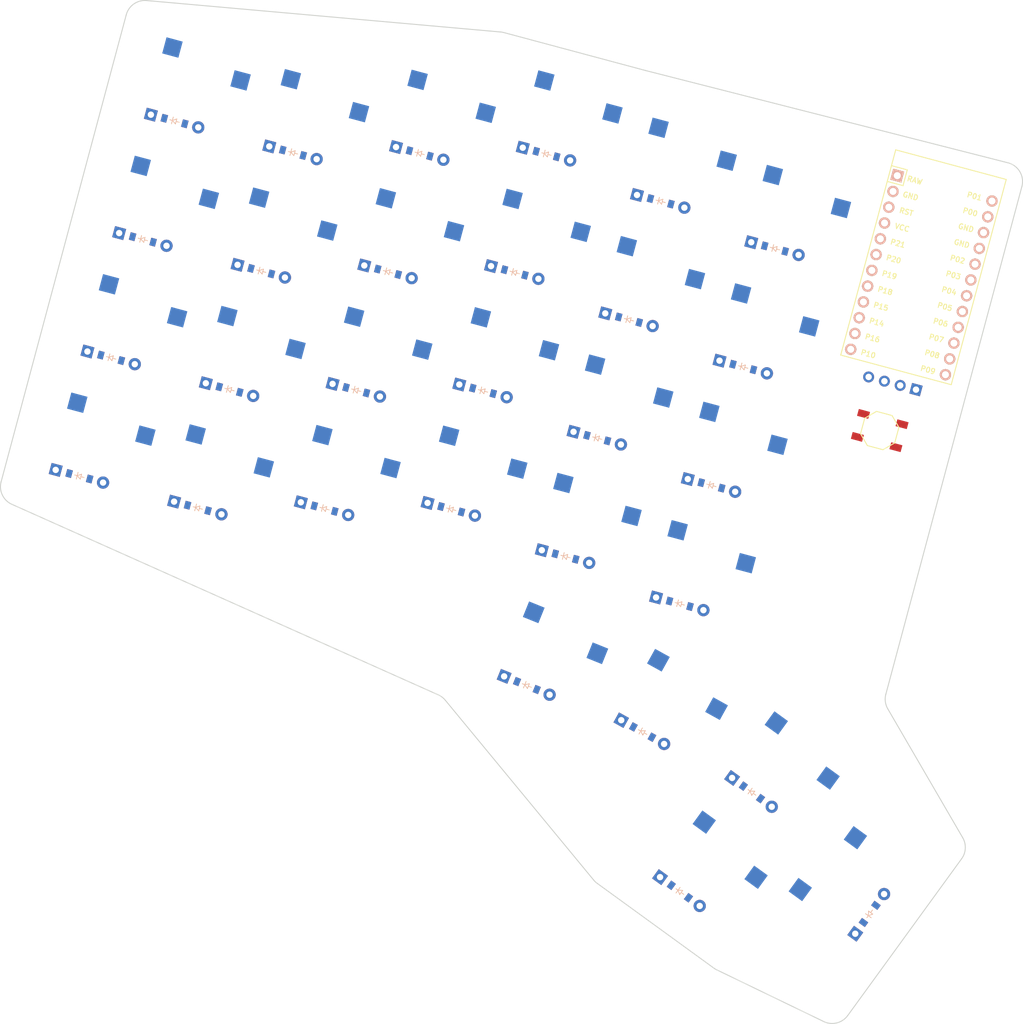
<source format=kicad_pcb>


(kicad_pcb (version 20171130) (host pcbnew 5.1.6)

  (page A3)
  (title_block
    (title "tutorial")
    (rev "v1.0.0")
    (company "Unknown")
  )

  (general
    (thickness 1.6)
  )

  (layers
    (0 F.Cu signal)
    (31 B.Cu signal)
    (32 B.Adhes user)
    (33 F.Adhes user)
    (34 B.Paste user)
    (35 F.Paste user)
    (36 B.SilkS user)
    (37 F.SilkS user)
    (38 B.Mask user)
    (39 F.Mask user)
    (40 Dwgs.User user)
    (41 Cmts.User user)
    (42 Eco1.User user)
    (43 Eco2.User user)
    (44 Edge.Cuts user)
    (45 Margin user)
    (46 B.CrtYd user)
    (47 F.CrtYd user)
    (48 B.Fab user)
    (49 F.Fab user)
  )

  (setup
    (last_trace_width 0.25)
    (trace_clearance 0.2)
    (zone_clearance 0.508)
    (zone_45_only no)
    (trace_min 0.2)
    (via_size 0.8)
    (via_drill 0.4)
    (via_min_size 0.4)
    (via_min_drill 0.3)
    (uvia_size 0.3)
    (uvia_drill 0.1)
    (uvias_allowed no)
    (uvia_min_size 0.2)
    (uvia_min_drill 0.1)
    (edge_width 0.05)
    (segment_width 0.2)
    (pcb_text_width 0.3)
    (pcb_text_size 1.5 1.5)
    (mod_edge_width 0.12)
    (mod_text_size 1 1)
    (mod_text_width 0.15)
    (pad_size 1.524 1.524)
    (pad_drill 0.762)
    (pad_to_mask_clearance 0.05)
    (aux_axis_origin 0 0)
    (visible_elements FFFFFF7F)
    (pcbplotparams
      (layerselection 0x010fc_ffffffff)
      (usegerberextensions false)
      (usegerberattributes true)
      (usegerberadvancedattributes true)
      (creategerberjobfile true)
      (excludeedgelayer true)
      (linewidth 0.100000)
      (plotframeref false)
      (viasonmask false)
      (mode 1)
      (useauxorigin false)
      (hpglpennumber 1)
      (hpglpenspeed 20)
      (hpglpendiameter 15.000000)
      (psnegative false)
      (psa4output false)
      (plotreference true)
      (plotvalue true)
      (plotinvisibletext false)
      (padsonsilk false)
      (subtractmaskfromsilk false)
      (outputformat 1)
      (mirror false)
      (drillshape 1)
      (scaleselection 1)
      (outputdirectory ""))
  )

  (net 0 "")
(net 1 "outer_bottom")
(net 2 "outer_home")
(net 3 "outer_top")
(net 4 "outer_num")
(net 5 "pinky_bottom")
(net 6 "pinky_home")
(net 7 "pinky_top")
(net 8 "pinky_num")
(net 9 "ring_bottom")
(net 10 "ring_home")
(net 11 "ring_top")
(net 12 "ring_num")
(net 13 "middle_bottom")
(net 14 "middle_home")
(net 15 "middle_top")
(net 16 "middle_num")
(net 17 "index_bottom")
(net 18 "index_home")
(net 19 "index_top")
(net 20 "index_num")
(net 21 "inner_bottom")
(net 22 "inner_home")
(net 23 "inner_top")
(net 24 "inner_num")
(net 25 "outer_row")
(net 26 "middle_row")
(net 27 "inner_row")
(net 28 "RAW")
(net 29 "GND")
(net 30 "RST")
(net 31 "VCC")
(net 32 "P21")
(net 33 "P20")
(net 34 "P19")
(net 35 "P18")
(net 36 "P15")
(net 37 "P14")
(net 38 "P16")
(net 39 "P10")
(net 40 "P1")
(net 41 "P0")
(net 42 "P2")
(net 43 "P3")
(net 44 "P4")
(net 45 "P5")
(net 46 "P6")
(net 47 "P7")
(net 48 "P8")
(net 49 "P9")

  (net_class Default "This is the default net class."
    (clearance 0.2)
    (trace_width 0.25)
    (via_dia 0.8)
    (via_drill 0.4)
    (uvia_dia 0.3)
    (uvia_drill 0.1)
    (add_net "")
(add_net "outer_bottom")
(add_net "outer_home")
(add_net "outer_top")
(add_net "outer_num")
(add_net "pinky_bottom")
(add_net "pinky_home")
(add_net "pinky_top")
(add_net "pinky_num")
(add_net "ring_bottom")
(add_net "ring_home")
(add_net "ring_top")
(add_net "ring_num")
(add_net "middle_bottom")
(add_net "middle_home")
(add_net "middle_top")
(add_net "middle_num")
(add_net "index_bottom")
(add_net "index_home")
(add_net "index_top")
(add_net "index_num")
(add_net "inner_bottom")
(add_net "inner_home")
(add_net "inner_top")
(add_net "inner_num")
(add_net "outer_row")
(add_net "middle_row")
(add_net "inner_row")
(add_net "RAW")
(add_net "GND")
(add_net "RST")
(add_net "VCC")
(add_net "P21")
(add_net "P20")
(add_net "P19")
(add_net "P18")
(add_net "P15")
(add_net "P14")
(add_net "P16")
(add_net "P10")
(add_net "P1")
(add_net "P0")
(add_net "P2")
(add_net "P3")
(add_net "P4")
(add_net "P5")
(add_net "P6")
(add_net "P7")
(add_net "P8")
(add_net "P9")
  )

  
        
      (module PG1350 (layer F.Cu) (tedit 5DD50112)
      (at 70.7106781 122.4744871 -15)

      
      (fp_text reference "S1" (at 0 0) (layer F.SilkS) hide (effects (font (size 1.27 1.27) (thickness 0.15))))
      (fp_text value "" (at 0 0) (layer F.SilkS) hide (effects (font (size 1.27 1.27) (thickness 0.15))))

      
      (fp_line (start -7 -6) (end -7 -7) (layer Dwgs.User) (width 0.15))
      (fp_line (start -7 7) (end -6 7) (layer Dwgs.User) (width 0.15))
      (fp_line (start -6 -7) (end -7 -7) (layer Dwgs.User) (width 0.15))
      (fp_line (start -7 7) (end -7 6) (layer Dwgs.User) (width 0.15))
      (fp_line (start 7 6) (end 7 7) (layer Dwgs.User) (width 0.15))
      (fp_line (start 7 -7) (end 6 -7) (layer Dwgs.User) (width 0.15))
      (fp_line (start 6 7) (end 7 7) (layer Dwgs.User) (width 0.15))
      (fp_line (start 7 -7) (end 7 -6) (layer Dwgs.User) (width 0.15))      
      
      
      (pad "" np_thru_hole circle (at 0 0) (size 3.429 3.429) (drill 3.429) (layers *.Cu *.Mask))
        
      
      (pad "" np_thru_hole circle (at 5.5 0) (size 1.7018 1.7018) (drill 1.7018) (layers *.Cu *.Mask))
      (pad "" np_thru_hole circle (at -5.5 0) (size 1.7018 1.7018) (drill 1.7018) (layers *.Cu *.Mask))
      
        
      
      (fp_line (start -9 -8.5) (end 9 -8.5) (layer Dwgs.User) (width 0.15))
      (fp_line (start 9 -8.5) (end 9 8.5) (layer Dwgs.User) (width 0.15))
      (fp_line (start 9 8.5) (end -9 8.5) (layer Dwgs.User) (width 0.15))
      (fp_line (start -9 8.5) (end -9 -8.5) (layer Dwgs.User) (width 0.15))
      
        
          
          (pad "" np_thru_hole circle (at 5 -3.75) (size 3 3) (drill 3) (layers *.Cu *.Mask))
          (pad "" np_thru_hole circle (at 0 -5.95) (size 3 3) (drill 3) (layers *.Cu *.Mask))
      
          
          (pad 1 smd rect (at -3.275 -5.95 -15) (size 2.6 2.6) (layers B.Cu B.Paste B.Mask)  (net 0 ""))
          (pad 2 smd rect (at 8.275 -3.75 -15) (size 2.6 2.6) (layers B.Cu B.Paste B.Mask)  (net 1 "outer_bottom"))
        )
        

        
      (module PG1350 (layer F.Cu) (tedit 5DD50112)
      (at 75.6411809 104.0736001 -15)

      
      (fp_text reference "S2" (at 0 0) (layer F.SilkS) hide (effects (font (size 1.27 1.27) (thickness 0.15))))
      (fp_text value "" (at 0 0) (layer F.SilkS) hide (effects (font (size 1.27 1.27) (thickness 0.15))))

      
      (fp_line (start -7 -6) (end -7 -7) (layer Dwgs.User) (width 0.15))
      (fp_line (start -7 7) (end -6 7) (layer Dwgs.User) (width 0.15))
      (fp_line (start -6 -7) (end -7 -7) (layer Dwgs.User) (width 0.15))
      (fp_line (start -7 7) (end -7 6) (layer Dwgs.User) (width 0.15))
      (fp_line (start 7 6) (end 7 7) (layer Dwgs.User) (width 0.15))
      (fp_line (start 7 -7) (end 6 -7) (layer Dwgs.User) (width 0.15))
      (fp_line (start 6 7) (end 7 7) (layer Dwgs.User) (width 0.15))
      (fp_line (start 7 -7) (end 7 -6) (layer Dwgs.User) (width 0.15))      
      
      
      (pad "" np_thru_hole circle (at 0 0) (size 3.429 3.429) (drill 3.429) (layers *.Cu *.Mask))
        
      
      (pad "" np_thru_hole circle (at 5.5 0) (size 1.7018 1.7018) (drill 1.7018) (layers *.Cu *.Mask))
      (pad "" np_thru_hole circle (at -5.5 0) (size 1.7018 1.7018) (drill 1.7018) (layers *.Cu *.Mask))
      
        
      
      (fp_line (start -9 -8.5) (end 9 -8.5) (layer Dwgs.User) (width 0.15))
      (fp_line (start 9 -8.5) (end 9 8.5) (layer Dwgs.User) (width 0.15))
      (fp_line (start 9 8.5) (end -9 8.5) (layer Dwgs.User) (width 0.15))
      (fp_line (start -9 8.5) (end -9 -8.5) (layer Dwgs.User) (width 0.15))
      
        
          
          (pad "" np_thru_hole circle (at 5 -3.75) (size 3 3) (drill 3) (layers *.Cu *.Mask))
          (pad "" np_thru_hole circle (at 0 -5.95) (size 3 3) (drill 3) (layers *.Cu *.Mask))
      
          
          (pad 1 smd rect (at -3.275 -5.95 -15) (size 2.6 2.6) (layers B.Cu B.Paste B.Mask)  (net 0 ""))
          (pad 2 smd rect (at 8.275 -3.75 -15) (size 2.6 2.6) (layers B.Cu B.Paste B.Mask)  (net 2 "outer_home"))
        )
        

        
      (module PG1350 (layer F.Cu) (tedit 5DD50112)
      (at 80.5716837 85.6727132 -15)

      
      (fp_text reference "S3" (at 0 0) (layer F.SilkS) hide (effects (font (size 1.27 1.27) (thickness 0.15))))
      (fp_text value "" (at 0 0) (layer F.SilkS) hide (effects (font (size 1.27 1.27) (thickness 0.15))))

      
      (fp_line (start -7 -6) (end -7 -7) (layer Dwgs.User) (width 0.15))
      (fp_line (start -7 7) (end -6 7) (layer Dwgs.User) (width 0.15))
      (fp_line (start -6 -7) (end -7 -7) (layer Dwgs.User) (width 0.15))
      (fp_line (start -7 7) (end -7 6) (layer Dwgs.User) (width 0.15))
      (fp_line (start 7 6) (end 7 7) (layer Dwgs.User) (width 0.15))
      (fp_line (start 7 -7) (end 6 -7) (layer Dwgs.User) (width 0.15))
      (fp_line (start 6 7) (end 7 7) (layer Dwgs.User) (width 0.15))
      (fp_line (start 7 -7) (end 7 -6) (layer Dwgs.User) (width 0.15))      
      
      
      (pad "" np_thru_hole circle (at 0 0) (size 3.429 3.429) (drill 3.429) (layers *.Cu *.Mask))
        
      
      (pad "" np_thru_hole circle (at 5.5 0) (size 1.7018 1.7018) (drill 1.7018) (layers *.Cu *.Mask))
      (pad "" np_thru_hole circle (at -5.5 0) (size 1.7018 1.7018) (drill 1.7018) (layers *.Cu *.Mask))
      
        
      
      (fp_line (start -9 -8.5) (end 9 -8.5) (layer Dwgs.User) (width 0.15))
      (fp_line (start 9 -8.5) (end 9 8.5) (layer Dwgs.User) (width 0.15))
      (fp_line (start 9 8.5) (end -9 8.5) (layer Dwgs.User) (width 0.15))
      (fp_line (start -9 8.5) (end -9 -8.5) (layer Dwgs.User) (width 0.15))
      
        
          
          (pad "" np_thru_hole circle (at 5 -3.75) (size 3 3) (drill 3) (layers *.Cu *.Mask))
          (pad "" np_thru_hole circle (at 0 -5.95) (size 3 3) (drill 3) (layers *.Cu *.Mask))
      
          
          (pad 1 smd rect (at -3.275 -5.95 -15) (size 2.6 2.6) (layers B.Cu B.Paste B.Mask)  (net 0 ""))
          (pad 2 smd rect (at 8.275 -3.75 -15) (size 2.6 2.6) (layers B.Cu B.Paste B.Mask)  (net 3 "outer_top"))
        )
        

        
      (module PG1350 (layer F.Cu) (tedit 5DD50112)
      (at 85.5021865 67.2718262 -15)

      
      (fp_text reference "S4" (at 0 0) (layer F.SilkS) hide (effects (font (size 1.27 1.27) (thickness 0.15))))
      (fp_text value "" (at 0 0) (layer F.SilkS) hide (effects (font (size 1.27 1.27) (thickness 0.15))))

      
      (fp_line (start -7 -6) (end -7 -7) (layer Dwgs.User) (width 0.15))
      (fp_line (start -7 7) (end -6 7) (layer Dwgs.User) (width 0.15))
      (fp_line (start -6 -7) (end -7 -7) (layer Dwgs.User) (width 0.15))
      (fp_line (start -7 7) (end -7 6) (layer Dwgs.User) (width 0.15))
      (fp_line (start 7 6) (end 7 7) (layer Dwgs.User) (width 0.15))
      (fp_line (start 7 -7) (end 6 -7) (layer Dwgs.User) (width 0.15))
      (fp_line (start 6 7) (end 7 7) (layer Dwgs.User) (width 0.15))
      (fp_line (start 7 -7) (end 7 -6) (layer Dwgs.User) (width 0.15))      
      
      
      (pad "" np_thru_hole circle (at 0 0) (size 3.429 3.429) (drill 3.429) (layers *.Cu *.Mask))
        
      
      (pad "" np_thru_hole circle (at 5.5 0) (size 1.7018 1.7018) (drill 1.7018) (layers *.Cu *.Mask))
      (pad "" np_thru_hole circle (at -5.5 0) (size 1.7018 1.7018) (drill 1.7018) (layers *.Cu *.Mask))
      
        
      
      (fp_line (start -9 -8.5) (end 9 -8.5) (layer Dwgs.User) (width 0.15))
      (fp_line (start 9 -8.5) (end 9 8.5) (layer Dwgs.User) (width 0.15))
      (fp_line (start 9 8.5) (end -9 8.5) (layer Dwgs.User) (width 0.15))
      (fp_line (start -9 8.5) (end -9 -8.5) (layer Dwgs.User) (width 0.15))
      
        
          
          (pad "" np_thru_hole circle (at 5 -3.75) (size 3 3) (drill 3) (layers *.Cu *.Mask))
          (pad "" np_thru_hole circle (at 0 -5.95) (size 3 3) (drill 3) (layers *.Cu *.Mask))
      
          
          (pad 1 smd rect (at -3.275 -5.95 -15) (size 2.6 2.6) (layers B.Cu B.Paste B.Mask)  (net 0 ""))
          (pad 2 smd rect (at 8.275 -3.75 -15) (size 2.6 2.6) (layers B.Cu B.Paste B.Mask)  (net 4 "outer_num"))
        )
        

        
      (module PG1350 (layer F.Cu) (tedit 5DD50112)
      (at 89.1115651 127.4049899 -15)

      
      (fp_text reference "S5" (at 0 0) (layer F.SilkS) hide (effects (font (size 1.27 1.27) (thickness 0.15))))
      (fp_text value "" (at 0 0) (layer F.SilkS) hide (effects (font (size 1.27 1.27) (thickness 0.15))))

      
      (fp_line (start -7 -6) (end -7 -7) (layer Dwgs.User) (width 0.15))
      (fp_line (start -7 7) (end -6 7) (layer Dwgs.User) (width 0.15))
      (fp_line (start -6 -7) (end -7 -7) (layer Dwgs.User) (width 0.15))
      (fp_line (start -7 7) (end -7 6) (layer Dwgs.User) (width 0.15))
      (fp_line (start 7 6) (end 7 7) (layer Dwgs.User) (width 0.15))
      (fp_line (start 7 -7) (end 6 -7) (layer Dwgs.User) (width 0.15))
      (fp_line (start 6 7) (end 7 7) (layer Dwgs.User) (width 0.15))
      (fp_line (start 7 -7) (end 7 -6) (layer Dwgs.User) (width 0.15))      
      
      
      (pad "" np_thru_hole circle (at 0 0) (size 3.429 3.429) (drill 3.429) (layers *.Cu *.Mask))
        
      
      (pad "" np_thru_hole circle (at 5.5 0) (size 1.7018 1.7018) (drill 1.7018) (layers *.Cu *.Mask))
      (pad "" np_thru_hole circle (at -5.5 0) (size 1.7018 1.7018) (drill 1.7018) (layers *.Cu *.Mask))
      
        
      
      (fp_line (start -9 -8.5) (end 9 -8.5) (layer Dwgs.User) (width 0.15))
      (fp_line (start 9 -8.5) (end 9 8.5) (layer Dwgs.User) (width 0.15))
      (fp_line (start 9 8.5) (end -9 8.5) (layer Dwgs.User) (width 0.15))
      (fp_line (start -9 8.5) (end -9 -8.5) (layer Dwgs.User) (width 0.15))
      
        
          
          (pad "" np_thru_hole circle (at 5 -3.75) (size 3 3) (drill 3) (layers *.Cu *.Mask))
          (pad "" np_thru_hole circle (at 0 -5.95) (size 3 3) (drill 3) (layers *.Cu *.Mask))
      
          
          (pad 1 smd rect (at -3.275 -5.95 -15) (size 2.6 2.6) (layers B.Cu B.Paste B.Mask)  (net 0 ""))
          (pad 2 smd rect (at 8.275 -3.75 -15) (size 2.6 2.6) (layers B.Cu B.Paste B.Mask)  (net 5 "pinky_bottom"))
        )
        

        
      (module PG1350 (layer F.Cu) (tedit 5DD50112)
      (at 94.0420679 109.004103 -15)

      
      (fp_text reference "S6" (at 0 0) (layer F.SilkS) hide (effects (font (size 1.27 1.27) (thickness 0.15))))
      (fp_text value "" (at 0 0) (layer F.SilkS) hide (effects (font (size 1.27 1.27) (thickness 0.15))))

      
      (fp_line (start -7 -6) (end -7 -7) (layer Dwgs.User) (width 0.15))
      (fp_line (start -7 7) (end -6 7) (layer Dwgs.User) (width 0.15))
      (fp_line (start -6 -7) (end -7 -7) (layer Dwgs.User) (width 0.15))
      (fp_line (start -7 7) (end -7 6) (layer Dwgs.User) (width 0.15))
      (fp_line (start 7 6) (end 7 7) (layer Dwgs.User) (width 0.15))
      (fp_line (start 7 -7) (end 6 -7) (layer Dwgs.User) (width 0.15))
      (fp_line (start 6 7) (end 7 7) (layer Dwgs.User) (width 0.15))
      (fp_line (start 7 -7) (end 7 -6) (layer Dwgs.User) (width 0.15))      
      
      
      (pad "" np_thru_hole circle (at 0 0) (size 3.429 3.429) (drill 3.429) (layers *.Cu *.Mask))
        
      
      (pad "" np_thru_hole circle (at 5.5 0) (size 1.7018 1.7018) (drill 1.7018) (layers *.Cu *.Mask))
      (pad "" np_thru_hole circle (at -5.5 0) (size 1.7018 1.7018) (drill 1.7018) (layers *.Cu *.Mask))
      
        
      
      (fp_line (start -9 -8.5) (end 9 -8.5) (layer Dwgs.User) (width 0.15))
      (fp_line (start 9 -8.5) (end 9 8.5) (layer Dwgs.User) (width 0.15))
      (fp_line (start 9 8.5) (end -9 8.5) (layer Dwgs.User) (width 0.15))
      (fp_line (start -9 8.5) (end -9 -8.5) (layer Dwgs.User) (width 0.15))
      
        
          
          (pad "" np_thru_hole circle (at 5 -3.75) (size 3 3) (drill 3) (layers *.Cu *.Mask))
          (pad "" np_thru_hole circle (at 0 -5.95) (size 3 3) (drill 3) (layers *.Cu *.Mask))
      
          
          (pad 1 smd rect (at -3.275 -5.95 -15) (size 2.6 2.6) (layers B.Cu B.Paste B.Mask)  (net 0 ""))
          (pad 2 smd rect (at 8.275 -3.75 -15) (size 2.6 2.6) (layers B.Cu B.Paste B.Mask)  (net 6 "pinky_home"))
        )
        

        
      (module PG1350 (layer F.Cu) (tedit 5DD50112)
      (at 98.9725707 90.603216 -15)

      
      (fp_text reference "S7" (at 0 0) (layer F.SilkS) hide (effects (font (size 1.27 1.27) (thickness 0.15))))
      (fp_text value "" (at 0 0) (layer F.SilkS) hide (effects (font (size 1.27 1.27) (thickness 0.15))))

      
      (fp_line (start -7 -6) (end -7 -7) (layer Dwgs.User) (width 0.15))
      (fp_line (start -7 7) (end -6 7) (layer Dwgs.User) (width 0.15))
      (fp_line (start -6 -7) (end -7 -7) (layer Dwgs.User) (width 0.15))
      (fp_line (start -7 7) (end -7 6) (layer Dwgs.User) (width 0.15))
      (fp_line (start 7 6) (end 7 7) (layer Dwgs.User) (width 0.15))
      (fp_line (start 7 -7) (end 6 -7) (layer Dwgs.User) (width 0.15))
      (fp_line (start 6 7) (end 7 7) (layer Dwgs.User) (width 0.15))
      (fp_line (start 7 -7) (end 7 -6) (layer Dwgs.User) (width 0.15))      
      
      
      (pad "" np_thru_hole circle (at 0 0) (size 3.429 3.429) (drill 3.429) (layers *.Cu *.Mask))
        
      
      (pad "" np_thru_hole circle (at 5.5 0) (size 1.7018 1.7018) (drill 1.7018) (layers *.Cu *.Mask))
      (pad "" np_thru_hole circle (at -5.5 0) (size 1.7018 1.7018) (drill 1.7018) (layers *.Cu *.Mask))
      
        
      
      (fp_line (start -9 -8.5) (end 9 -8.5) (layer Dwgs.User) (width 0.15))
      (fp_line (start 9 -8.5) (end 9 8.5) (layer Dwgs.User) (width 0.15))
      (fp_line (start 9 8.5) (end -9 8.5) (layer Dwgs.User) (width 0.15))
      (fp_line (start -9 8.5) (end -9 -8.5) (layer Dwgs.User) (width 0.15))
      
        
          
          (pad "" np_thru_hole circle (at 5 -3.75) (size 3 3) (drill 3) (layers *.Cu *.Mask))
          (pad "" np_thru_hole circle (at 0 -5.95) (size 3 3) (drill 3) (layers *.Cu *.Mask))
      
          
          (pad 1 smd rect (at -3.275 -5.95 -15) (size 2.6 2.6) (layers B.Cu B.Paste B.Mask)  (net 0 ""))
          (pad 2 smd rect (at 8.275 -3.75 -15) (size 2.6 2.6) (layers B.Cu B.Paste B.Mask)  (net 7 "pinky_top"))
        )
        

        
      (module PG1350 (layer F.Cu) (tedit 5DD50112)
      (at 103.9030735 72.202329 -15)

      
      (fp_text reference "S8" (at 0 0) (layer F.SilkS) hide (effects (font (size 1.27 1.27) (thickness 0.15))))
      (fp_text value "" (at 0 0) (layer F.SilkS) hide (effects (font (size 1.27 1.27) (thickness 0.15))))

      
      (fp_line (start -7 -6) (end -7 -7) (layer Dwgs.User) (width 0.15))
      (fp_line (start -7 7) (end -6 7) (layer Dwgs.User) (width 0.15))
      (fp_line (start -6 -7) (end -7 -7) (layer Dwgs.User) (width 0.15))
      (fp_line (start -7 7) (end -7 6) (layer Dwgs.User) (width 0.15))
      (fp_line (start 7 6) (end 7 7) (layer Dwgs.User) (width 0.15))
      (fp_line (start 7 -7) (end 6 -7) (layer Dwgs.User) (width 0.15))
      (fp_line (start 6 7) (end 7 7) (layer Dwgs.User) (width 0.15))
      (fp_line (start 7 -7) (end 7 -6) (layer Dwgs.User) (width 0.15))      
      
      
      (pad "" np_thru_hole circle (at 0 0) (size 3.429 3.429) (drill 3.429) (layers *.Cu *.Mask))
        
      
      (pad "" np_thru_hole circle (at 5.5 0) (size 1.7018 1.7018) (drill 1.7018) (layers *.Cu *.Mask))
      (pad "" np_thru_hole circle (at -5.5 0) (size 1.7018 1.7018) (drill 1.7018) (layers *.Cu *.Mask))
      
        
      
      (fp_line (start -9 -8.5) (end 9 -8.5) (layer Dwgs.User) (width 0.15))
      (fp_line (start 9 -8.5) (end 9 8.5) (layer Dwgs.User) (width 0.15))
      (fp_line (start 9 8.5) (end -9 8.5) (layer Dwgs.User) (width 0.15))
      (fp_line (start -9 8.5) (end -9 -8.5) (layer Dwgs.User) (width 0.15))
      
        
          
          (pad "" np_thru_hole circle (at 5 -3.75) (size 3 3) (drill 3) (layers *.Cu *.Mask))
          (pad "" np_thru_hole circle (at 0 -5.95) (size 3 3) (drill 3) (layers *.Cu *.Mask))
      
          
          (pad 1 smd rect (at -3.275 -5.95 -15) (size 2.6 2.6) (layers B.Cu B.Paste B.Mask)  (net 0 ""))
          (pad 2 smd rect (at 8.275 -3.75 -15) (size 2.6 2.6) (layers B.Cu B.Paste B.Mask)  (net 8 "pinky_num"))
        )
        

        
      (module PG1350 (layer F.Cu) (tedit 5DD50112)
      (at 108.8065473 127.5058636 -15)

      
      (fp_text reference "S9" (at 0 0) (layer F.SilkS) hide (effects (font (size 1.27 1.27) (thickness 0.15))))
      (fp_text value "" (at 0 0) (layer F.SilkS) hide (effects (font (size 1.27 1.27) (thickness 0.15))))

      
      (fp_line (start -7 -6) (end -7 -7) (layer Dwgs.User) (width 0.15))
      (fp_line (start -7 7) (end -6 7) (layer Dwgs.User) (width 0.15))
      (fp_line (start -6 -7) (end -7 -7) (layer Dwgs.User) (width 0.15))
      (fp_line (start -7 7) (end -7 6) (layer Dwgs.User) (width 0.15))
      (fp_line (start 7 6) (end 7 7) (layer Dwgs.User) (width 0.15))
      (fp_line (start 7 -7) (end 6 -7) (layer Dwgs.User) (width 0.15))
      (fp_line (start 6 7) (end 7 7) (layer Dwgs.User) (width 0.15))
      (fp_line (start 7 -7) (end 7 -6) (layer Dwgs.User) (width 0.15))      
      
      
      (pad "" np_thru_hole circle (at 0 0) (size 3.429 3.429) (drill 3.429) (layers *.Cu *.Mask))
        
      
      (pad "" np_thru_hole circle (at 5.5 0) (size 1.7018 1.7018) (drill 1.7018) (layers *.Cu *.Mask))
      (pad "" np_thru_hole circle (at -5.5 0) (size 1.7018 1.7018) (drill 1.7018) (layers *.Cu *.Mask))
      
        
      
      (fp_line (start -9 -8.5) (end 9 -8.5) (layer Dwgs.User) (width 0.15))
      (fp_line (start 9 -8.5) (end 9 8.5) (layer Dwgs.User) (width 0.15))
      (fp_line (start 9 8.5) (end -9 8.5) (layer Dwgs.User) (width 0.15))
      (fp_line (start -9 8.5) (end -9 -8.5) (layer Dwgs.User) (width 0.15))
      
        
          
          (pad "" np_thru_hole circle (at 5 -3.75) (size 3 3) (drill 3) (layers *.Cu *.Mask))
          (pad "" np_thru_hole circle (at 0 -5.95) (size 3 3) (drill 3) (layers *.Cu *.Mask))
      
          
          (pad 1 smd rect (at -3.275 -5.95 -15) (size 2.6 2.6) (layers B.Cu B.Paste B.Mask)  (net 0 ""))
          (pad 2 smd rect (at 8.275 -3.75 -15) (size 2.6 2.6) (layers B.Cu B.Paste B.Mask)  (net 9 "ring_bottom"))
        )
        

        
      (module PG1350 (layer F.Cu) (tedit 5DD50112)
      (at 113.7370501 109.1049766 -15)

      
      (fp_text reference "S10" (at 0 0) (layer F.SilkS) hide (effects (font (size 1.27 1.27) (thickness 0.15))))
      (fp_text value "" (at 0 0) (layer F.SilkS) hide (effects (font (size 1.27 1.27) (thickness 0.15))))

      
      (fp_line (start -7 -6) (end -7 -7) (layer Dwgs.User) (width 0.15))
      (fp_line (start -7 7) (end -6 7) (layer Dwgs.User) (width 0.15))
      (fp_line (start -6 -7) (end -7 -7) (layer Dwgs.User) (width 0.15))
      (fp_line (start -7 7) (end -7 6) (layer Dwgs.User) (width 0.15))
      (fp_line (start 7 6) (end 7 7) (layer Dwgs.User) (width 0.15))
      (fp_line (start 7 -7) (end 6 -7) (layer Dwgs.User) (width 0.15))
      (fp_line (start 6 7) (end 7 7) (layer Dwgs.User) (width 0.15))
      (fp_line (start 7 -7) (end 7 -6) (layer Dwgs.User) (width 0.15))      
      
      
      (pad "" np_thru_hole circle (at 0 0) (size 3.429 3.429) (drill 3.429) (layers *.Cu *.Mask))
        
      
      (pad "" np_thru_hole circle (at 5.5 0) (size 1.7018 1.7018) (drill 1.7018) (layers *.Cu *.Mask))
      (pad "" np_thru_hole circle (at -5.5 0) (size 1.7018 1.7018) (drill 1.7018) (layers *.Cu *.Mask))
      
        
      
      (fp_line (start -9 -8.5) (end 9 -8.5) (layer Dwgs.User) (width 0.15))
      (fp_line (start 9 -8.5) (end 9 8.5) (layer Dwgs.User) (width 0.15))
      (fp_line (start 9 8.5) (end -9 8.5) (layer Dwgs.User) (width 0.15))
      (fp_line (start -9 8.5) (end -9 -8.5) (layer Dwgs.User) (width 0.15))
      
        
          
          (pad "" np_thru_hole circle (at 5 -3.75) (size 3 3) (drill 3) (layers *.Cu *.Mask))
          (pad "" np_thru_hole circle (at 0 -5.95) (size 3 3) (drill 3) (layers *.Cu *.Mask))
      
          
          (pad 1 smd rect (at -3.275 -5.95 -15) (size 2.6 2.6) (layers B.Cu B.Paste B.Mask)  (net 0 ""))
          (pad 2 smd rect (at 8.275 -3.75 -15) (size 2.6 2.6) (layers B.Cu B.Paste B.Mask)  (net 10 "ring_home"))
        )
        

        
      (module PG1350 (layer F.Cu) (tedit 5DD50112)
      (at 118.6675529 90.7040896 -15)

      
      (fp_text reference "S11" (at 0 0) (layer F.SilkS) hide (effects (font (size 1.27 1.27) (thickness 0.15))))
      (fp_text value "" (at 0 0) (layer F.SilkS) hide (effects (font (size 1.27 1.27) (thickness 0.15))))

      
      (fp_line (start -7 -6) (end -7 -7) (layer Dwgs.User) (width 0.15))
      (fp_line (start -7 7) (end -6 7) (layer Dwgs.User) (width 0.15))
      (fp_line (start -6 -7) (end -7 -7) (layer Dwgs.User) (width 0.15))
      (fp_line (start -7 7) (end -7 6) (layer Dwgs.User) (width 0.15))
      (fp_line (start 7 6) (end 7 7) (layer Dwgs.User) (width 0.15))
      (fp_line (start 7 -7) (end 6 -7) (layer Dwgs.User) (width 0.15))
      (fp_line (start 6 7) (end 7 7) (layer Dwgs.User) (width 0.15))
      (fp_line (start 7 -7) (end 7 -6) (layer Dwgs.User) (width 0.15))      
      
      
      (pad "" np_thru_hole circle (at 0 0) (size 3.429 3.429) (drill 3.429) (layers *.Cu *.Mask))
        
      
      (pad "" np_thru_hole circle (at 5.5 0) (size 1.7018 1.7018) (drill 1.7018) (layers *.Cu *.Mask))
      (pad "" np_thru_hole circle (at -5.5 0) (size 1.7018 1.7018) (drill 1.7018) (layers *.Cu *.Mask))
      
        
      
      (fp_line (start -9 -8.5) (end 9 -8.5) (layer Dwgs.User) (width 0.15))
      (fp_line (start 9 -8.5) (end 9 8.5) (layer Dwgs.User) (width 0.15))
      (fp_line (start 9 8.5) (end -9 8.5) (layer Dwgs.User) (width 0.15))
      (fp_line (start -9 8.5) (end -9 -8.5) (layer Dwgs.User) (width 0.15))
      
        
          
          (pad "" np_thru_hole circle (at 5 -3.75) (size 3 3) (drill 3) (layers *.Cu *.Mask))
          (pad "" np_thru_hole circle (at 0 -5.95) (size 3 3) (drill 3) (layers *.Cu *.Mask))
      
          
          (pad 1 smd rect (at -3.275 -5.95 -15) (size 2.6 2.6) (layers B.Cu B.Paste B.Mask)  (net 0 ""))
          (pad 2 smd rect (at 8.275 -3.75 -15) (size 2.6 2.6) (layers B.Cu B.Paste B.Mask)  (net 11 "ring_top"))
        )
        

        
      (module PG1350 (layer F.Cu) (tedit 5DD50112)
      (at 123.5980558 72.3032027 -15)

      
      (fp_text reference "S12" (at 0 0) (layer F.SilkS) hide (effects (font (size 1.27 1.27) (thickness 0.15))))
      (fp_text value "" (at 0 0) (layer F.SilkS) hide (effects (font (size 1.27 1.27) (thickness 0.15))))

      
      (fp_line (start -7 -6) (end -7 -7) (layer Dwgs.User) (width 0.15))
      (fp_line (start -7 7) (end -6 7) (layer Dwgs.User) (width 0.15))
      (fp_line (start -6 -7) (end -7 -7) (layer Dwgs.User) (width 0.15))
      (fp_line (start -7 7) (end -7 6) (layer Dwgs.User) (width 0.15))
      (fp_line (start 7 6) (end 7 7) (layer Dwgs.User) (width 0.15))
      (fp_line (start 7 -7) (end 6 -7) (layer Dwgs.User) (width 0.15))
      (fp_line (start 6 7) (end 7 7) (layer Dwgs.User) (width 0.15))
      (fp_line (start 7 -7) (end 7 -6) (layer Dwgs.User) (width 0.15))      
      
      
      (pad "" np_thru_hole circle (at 0 0) (size 3.429 3.429) (drill 3.429) (layers *.Cu *.Mask))
        
      
      (pad "" np_thru_hole circle (at 5.5 0) (size 1.7018 1.7018) (drill 1.7018) (layers *.Cu *.Mask))
      (pad "" np_thru_hole circle (at -5.5 0) (size 1.7018 1.7018) (drill 1.7018) (layers *.Cu *.Mask))
      
        
      
      (fp_line (start -9 -8.5) (end 9 -8.5) (layer Dwgs.User) (width 0.15))
      (fp_line (start 9 -8.5) (end 9 8.5) (layer Dwgs.User) (width 0.15))
      (fp_line (start 9 8.5) (end -9 8.5) (layer Dwgs.User) (width 0.15))
      (fp_line (start -9 8.5) (end -9 -8.5) (layer Dwgs.User) (width 0.15))
      
        
          
          (pad "" np_thru_hole circle (at 5 -3.75) (size 3 3) (drill 3) (layers *.Cu *.Mask))
          (pad "" np_thru_hole circle (at 0 -5.95) (size 3 3) (drill 3) (layers *.Cu *.Mask))
      
          
          (pad 1 smd rect (at -3.275 -5.95 -15) (size 2.6 2.6) (layers B.Cu B.Paste B.Mask)  (net 0 ""))
          (pad 2 smd rect (at 8.275 -3.75 -15) (size 2.6 2.6) (layers B.Cu B.Paste B.Mask)  (net 12 "ring_num"))
        )
        

        
      (module PG1350 (layer F.Cu) (tedit 5DD50112)
      (at 128.5015295 127.6067373 -15)

      
      (fp_text reference "S13" (at 0 0) (layer F.SilkS) hide (effects (font (size 1.27 1.27) (thickness 0.15))))
      (fp_text value "" (at 0 0) (layer F.SilkS) hide (effects (font (size 1.27 1.27) (thickness 0.15))))

      
      (fp_line (start -7 -6) (end -7 -7) (layer Dwgs.User) (width 0.15))
      (fp_line (start -7 7) (end -6 7) (layer Dwgs.User) (width 0.15))
      (fp_line (start -6 -7) (end -7 -7) (layer Dwgs.User) (width 0.15))
      (fp_line (start -7 7) (end -7 6) (layer Dwgs.User) (width 0.15))
      (fp_line (start 7 6) (end 7 7) (layer Dwgs.User) (width 0.15))
      (fp_line (start 7 -7) (end 6 -7) (layer Dwgs.User) (width 0.15))
      (fp_line (start 6 7) (end 7 7) (layer Dwgs.User) (width 0.15))
      (fp_line (start 7 -7) (end 7 -6) (layer Dwgs.User) (width 0.15))      
      
      
      (pad "" np_thru_hole circle (at 0 0) (size 3.429 3.429) (drill 3.429) (layers *.Cu *.Mask))
        
      
      (pad "" np_thru_hole circle (at 5.5 0) (size 1.7018 1.7018) (drill 1.7018) (layers *.Cu *.Mask))
      (pad "" np_thru_hole circle (at -5.5 0) (size 1.7018 1.7018) (drill 1.7018) (layers *.Cu *.Mask))
      
        
      
      (fp_line (start -9 -8.5) (end 9 -8.5) (layer Dwgs.User) (width 0.15))
      (fp_line (start 9 -8.5) (end 9 8.5) (layer Dwgs.User) (width 0.15))
      (fp_line (start 9 8.5) (end -9 8.5) (layer Dwgs.User) (width 0.15))
      (fp_line (start -9 8.5) (end -9 -8.5) (layer Dwgs.User) (width 0.15))
      
        
          
          (pad "" np_thru_hole circle (at 5 -3.75) (size 3 3) (drill 3) (layers *.Cu *.Mask))
          (pad "" np_thru_hole circle (at 0 -5.95) (size 3 3) (drill 3) (layers *.Cu *.Mask))
      
          
          (pad 1 smd rect (at -3.275 -5.95 -15) (size 2.6 2.6) (layers B.Cu B.Paste B.Mask)  (net 0 ""))
          (pad 2 smd rect (at 8.275 -3.75 -15) (size 2.6 2.6) (layers B.Cu B.Paste B.Mask)  (net 13 "middle_bottom"))
        )
        

        
      (module PG1350 (layer F.Cu) (tedit 5DD50112)
      (at 133.4320324 109.2058503 -15)

      
      (fp_text reference "S14" (at 0 0) (layer F.SilkS) hide (effects (font (size 1.27 1.27) (thickness 0.15))))
      (fp_text value "" (at 0 0) (layer F.SilkS) hide (effects (font (size 1.27 1.27) (thickness 0.15))))

      
      (fp_line (start -7 -6) (end -7 -7) (layer Dwgs.User) (width 0.15))
      (fp_line (start -7 7) (end -6 7) (layer Dwgs.User) (width 0.15))
      (fp_line (start -6 -7) (end -7 -7) (layer Dwgs.User) (width 0.15))
      (fp_line (start -7 7) (end -7 6) (layer Dwgs.User) (width 0.15))
      (fp_line (start 7 6) (end 7 7) (layer Dwgs.User) (width 0.15))
      (fp_line (start 7 -7) (end 6 -7) (layer Dwgs.User) (width 0.15))
      (fp_line (start 6 7) (end 7 7) (layer Dwgs.User) (width 0.15))
      (fp_line (start 7 -7) (end 7 -6) (layer Dwgs.User) (width 0.15))      
      
      
      (pad "" np_thru_hole circle (at 0 0) (size 3.429 3.429) (drill 3.429) (layers *.Cu *.Mask))
        
      
      (pad "" np_thru_hole circle (at 5.5 0) (size 1.7018 1.7018) (drill 1.7018) (layers *.Cu *.Mask))
      (pad "" np_thru_hole circle (at -5.5 0) (size 1.7018 1.7018) (drill 1.7018) (layers *.Cu *.Mask))
      
        
      
      (fp_line (start -9 -8.5) (end 9 -8.5) (layer Dwgs.User) (width 0.15))
      (fp_line (start 9 -8.5) (end 9 8.5) (layer Dwgs.User) (width 0.15))
      (fp_line (start 9 8.5) (end -9 8.5) (layer Dwgs.User) (width 0.15))
      (fp_line (start -9 8.5) (end -9 -8.5) (layer Dwgs.User) (width 0.15))
      
        
          
          (pad "" np_thru_hole circle (at 5 -3.75) (size 3 3) (drill 3) (layers *.Cu *.Mask))
          (pad "" np_thru_hole circle (at 0 -5.95) (size 3 3) (drill 3) (layers *.Cu *.Mask))
      
          
          (pad 1 smd rect (at -3.275 -5.95 -15) (size 2.6 2.6) (layers B.Cu B.Paste B.Mask)  (net 0 ""))
          (pad 2 smd rect (at 8.275 -3.75 -15) (size 2.6 2.6) (layers B.Cu B.Paste B.Mask)  (net 14 "middle_home"))
        )
        

        
      (module PG1350 (layer F.Cu) (tedit 5DD50112)
      (at 138.3625352 90.8049633 -15)

      
      (fp_text reference "S15" (at 0 0) (layer F.SilkS) hide (effects (font (size 1.27 1.27) (thickness 0.15))))
      (fp_text value "" (at 0 0) (layer F.SilkS) hide (effects (font (size 1.27 1.27) (thickness 0.15))))

      
      (fp_line (start -7 -6) (end -7 -7) (layer Dwgs.User) (width 0.15))
      (fp_line (start -7 7) (end -6 7) (layer Dwgs.User) (width 0.15))
      (fp_line (start -6 -7) (end -7 -7) (layer Dwgs.User) (width 0.15))
      (fp_line (start -7 7) (end -7 6) (layer Dwgs.User) (width 0.15))
      (fp_line (start 7 6) (end 7 7) (layer Dwgs.User) (width 0.15))
      (fp_line (start 7 -7) (end 6 -7) (layer Dwgs.User) (width 0.15))
      (fp_line (start 6 7) (end 7 7) (layer Dwgs.User) (width 0.15))
      (fp_line (start 7 -7) (end 7 -6) (layer Dwgs.User) (width 0.15))      
      
      
      (pad "" np_thru_hole circle (at 0 0) (size 3.429 3.429) (drill 3.429) (layers *.Cu *.Mask))
        
      
      (pad "" np_thru_hole circle (at 5.5 0) (size 1.7018 1.7018) (drill 1.7018) (layers *.Cu *.Mask))
      (pad "" np_thru_hole circle (at -5.5 0) (size 1.7018 1.7018) (drill 1.7018) (layers *.Cu *.Mask))
      
        
      
      (fp_line (start -9 -8.5) (end 9 -8.5) (layer Dwgs.User) (width 0.15))
      (fp_line (start 9 -8.5) (end 9 8.5) (layer Dwgs.User) (width 0.15))
      (fp_line (start 9 8.5) (end -9 8.5) (layer Dwgs.User) (width 0.15))
      (fp_line (start -9 8.5) (end -9 -8.5) (layer Dwgs.User) (width 0.15))
      
        
          
          (pad "" np_thru_hole circle (at 5 -3.75) (size 3 3) (drill 3) (layers *.Cu *.Mask))
          (pad "" np_thru_hole circle (at 0 -5.95) (size 3 3) (drill 3) (layers *.Cu *.Mask))
      
          
          (pad 1 smd rect (at -3.275 -5.95 -15) (size 2.6 2.6) (layers B.Cu B.Paste B.Mask)  (net 0 ""))
          (pad 2 smd rect (at 8.275 -3.75 -15) (size 2.6 2.6) (layers B.Cu B.Paste B.Mask)  (net 15 "middle_top"))
        )
        

        
      (module PG1350 (layer F.Cu) (tedit 5DD50112)
      (at 143.293038 72.4040763 -15)

      
      (fp_text reference "S16" (at 0 0) (layer F.SilkS) hide (effects (font (size 1.27 1.27) (thickness 0.15))))
      (fp_text value "" (at 0 0) (layer F.SilkS) hide (effects (font (size 1.27 1.27) (thickness 0.15))))

      
      (fp_line (start -7 -6) (end -7 -7) (layer Dwgs.User) (width 0.15))
      (fp_line (start -7 7) (end -6 7) (layer Dwgs.User) (width 0.15))
      (fp_line (start -6 -7) (end -7 -7) (layer Dwgs.User) (width 0.15))
      (fp_line (start -7 7) (end -7 6) (layer Dwgs.User) (width 0.15))
      (fp_line (start 7 6) (end 7 7) (layer Dwgs.User) (width 0.15))
      (fp_line (start 7 -7) (end 6 -7) (layer Dwgs.User) (width 0.15))
      (fp_line (start 6 7) (end 7 7) (layer Dwgs.User) (width 0.15))
      (fp_line (start 7 -7) (end 7 -6) (layer Dwgs.User) (width 0.15))      
      
      
      (pad "" np_thru_hole circle (at 0 0) (size 3.429 3.429) (drill 3.429) (layers *.Cu *.Mask))
        
      
      (pad "" np_thru_hole circle (at 5.5 0) (size 1.7018 1.7018) (drill 1.7018) (layers *.Cu *.Mask))
      (pad "" np_thru_hole circle (at -5.5 0) (size 1.7018 1.7018) (drill 1.7018) (layers *.Cu *.Mask))
      
        
      
      (fp_line (start -9 -8.5) (end 9 -8.5) (layer Dwgs.User) (width 0.15))
      (fp_line (start 9 -8.5) (end 9 8.5) (layer Dwgs.User) (width 0.15))
      (fp_line (start 9 8.5) (end -9 8.5) (layer Dwgs.User) (width 0.15))
      (fp_line (start -9 8.5) (end -9 -8.5) (layer Dwgs.User) (width 0.15))
      
        
          
          (pad "" np_thru_hole circle (at 5 -3.75) (size 3 3) (drill 3) (layers *.Cu *.Mask))
          (pad "" np_thru_hole circle (at 0 -5.95) (size 3 3) (drill 3) (layers *.Cu *.Mask))
      
          
          (pad 1 smd rect (at -3.275 -5.95 -15) (size 2.6 2.6) (layers B.Cu B.Paste B.Mask)  (net 0 ""))
          (pad 2 smd rect (at 8.275 -3.75 -15) (size 2.6 2.6) (layers B.Cu B.Paste B.Mask)  (net 16 "middle_num"))
        )
        

        
      (module PG1350 (layer F.Cu) (tedit 5DD50112)
      (at 146.2553689 134.9520547 -15)

      
      (fp_text reference "S17" (at 0 0) (layer F.SilkS) hide (effects (font (size 1.27 1.27) (thickness 0.15))))
      (fp_text value "" (at 0 0) (layer F.SilkS) hide (effects (font (size 1.27 1.27) (thickness 0.15))))

      
      (fp_line (start -7 -6) (end -7 -7) (layer Dwgs.User) (width 0.15))
      (fp_line (start -7 7) (end -6 7) (layer Dwgs.User) (width 0.15))
      (fp_line (start -6 -7) (end -7 -7) (layer Dwgs.User) (width 0.15))
      (fp_line (start -7 7) (end -7 6) (layer Dwgs.User) (width 0.15))
      (fp_line (start 7 6) (end 7 7) (layer Dwgs.User) (width 0.15))
      (fp_line (start 7 -7) (end 6 -7) (layer Dwgs.User) (width 0.15))
      (fp_line (start 6 7) (end 7 7) (layer Dwgs.User) (width 0.15))
      (fp_line (start 7 -7) (end 7 -6) (layer Dwgs.User) (width 0.15))      
      
      
      (pad "" np_thru_hole circle (at 0 0) (size 3.429 3.429) (drill 3.429) (layers *.Cu *.Mask))
        
      
      (pad "" np_thru_hole circle (at 5.5 0) (size 1.7018 1.7018) (drill 1.7018) (layers *.Cu *.Mask))
      (pad "" np_thru_hole circle (at -5.5 0) (size 1.7018 1.7018) (drill 1.7018) (layers *.Cu *.Mask))
      
        
      
      (fp_line (start -9 -8.5) (end 9 -8.5) (layer Dwgs.User) (width 0.15))
      (fp_line (start 9 -8.5) (end 9 8.5) (layer Dwgs.User) (width 0.15))
      (fp_line (start 9 8.5) (end -9 8.5) (layer Dwgs.User) (width 0.15))
      (fp_line (start -9 8.5) (end -9 -8.5) (layer Dwgs.User) (width 0.15))
      
        
          
          (pad "" np_thru_hole circle (at 5 -3.75) (size 3 3) (drill 3) (layers *.Cu *.Mask))
          (pad "" np_thru_hole circle (at 0 -5.95) (size 3 3) (drill 3) (layers *.Cu *.Mask))
      
          
          (pad 1 smd rect (at -3.275 -5.95 -15) (size 2.6 2.6) (layers B.Cu B.Paste B.Mask)  (net 0 ""))
          (pad 2 smd rect (at 8.275 -3.75 -15) (size 2.6 2.6) (layers B.Cu B.Paste B.Mask)  (net 17 "index_bottom"))
        )
        

        
      (module PG1350 (layer F.Cu) (tedit 5DD50112)
      (at 151.1858717 116.5511677 -15)

      
      (fp_text reference "S18" (at 0 0) (layer F.SilkS) hide (effects (font (size 1.27 1.27) (thickness 0.15))))
      (fp_text value "" (at 0 0) (layer F.SilkS) hide (effects (font (size 1.27 1.27) (thickness 0.15))))

      
      (fp_line (start -7 -6) (end -7 -7) (layer Dwgs.User) (width 0.15))
      (fp_line (start -7 7) (end -6 7) (layer Dwgs.User) (width 0.15))
      (fp_line (start -6 -7) (end -7 -7) (layer Dwgs.User) (width 0.15))
      (fp_line (start -7 7) (end -7 6) (layer Dwgs.User) (width 0.15))
      (fp_line (start 7 6) (end 7 7) (layer Dwgs.User) (width 0.15))
      (fp_line (start 7 -7) (end 6 -7) (layer Dwgs.User) (width 0.15))
      (fp_line (start 6 7) (end 7 7) (layer Dwgs.User) (width 0.15))
      (fp_line (start 7 -7) (end 7 -6) (layer Dwgs.User) (width 0.15))      
      
      
      (pad "" np_thru_hole circle (at 0 0) (size 3.429 3.429) (drill 3.429) (layers *.Cu *.Mask))
        
      
      (pad "" np_thru_hole circle (at 5.5 0) (size 1.7018 1.7018) (drill 1.7018) (layers *.Cu *.Mask))
      (pad "" np_thru_hole circle (at -5.5 0) (size 1.7018 1.7018) (drill 1.7018) (layers *.Cu *.Mask))
      
        
      
      (fp_line (start -9 -8.5) (end 9 -8.5) (layer Dwgs.User) (width 0.15))
      (fp_line (start 9 -8.5) (end 9 8.5) (layer Dwgs.User) (width 0.15))
      (fp_line (start 9 8.5) (end -9 8.5) (layer Dwgs.User) (width 0.15))
      (fp_line (start -9 8.5) (end -9 -8.5) (layer Dwgs.User) (width 0.15))
      
        
          
          (pad "" np_thru_hole circle (at 5 -3.75) (size 3 3) (drill 3) (layers *.Cu *.Mask))
          (pad "" np_thru_hole circle (at 0 -5.95) (size 3 3) (drill 3) (layers *.Cu *.Mask))
      
          
          (pad 1 smd rect (at -3.275 -5.95 -15) (size 2.6 2.6) (layers B.Cu B.Paste B.Mask)  (net 0 ""))
          (pad 2 smd rect (at 8.275 -3.75 -15) (size 2.6 2.6) (layers B.Cu B.Paste B.Mask)  (net 18 "index_home"))
        )
        

        
      (module PG1350 (layer F.Cu) (tedit 5DD50112)
      (at 156.1163745 98.1502807 -15)

      
      (fp_text reference "S19" (at 0 0) (layer F.SilkS) hide (effects (font (size 1.27 1.27) (thickness 0.15))))
      (fp_text value "" (at 0 0) (layer F.SilkS) hide (effects (font (size 1.27 1.27) (thickness 0.15))))

      
      (fp_line (start -7 -6) (end -7 -7) (layer Dwgs.User) (width 0.15))
      (fp_line (start -7 7) (end -6 7) (layer Dwgs.User) (width 0.15))
      (fp_line (start -6 -7) (end -7 -7) (layer Dwgs.User) (width 0.15))
      (fp_line (start -7 7) (end -7 6) (layer Dwgs.User) (width 0.15))
      (fp_line (start 7 6) (end 7 7) (layer Dwgs.User) (width 0.15))
      (fp_line (start 7 -7) (end 6 -7) (layer Dwgs.User) (width 0.15))
      (fp_line (start 6 7) (end 7 7) (layer Dwgs.User) (width 0.15))
      (fp_line (start 7 -7) (end 7 -6) (layer Dwgs.User) (width 0.15))      
      
      
      (pad "" np_thru_hole circle (at 0 0) (size 3.429 3.429) (drill 3.429) (layers *.Cu *.Mask))
        
      
      (pad "" np_thru_hole circle (at 5.5 0) (size 1.7018 1.7018) (drill 1.7018) (layers *.Cu *.Mask))
      (pad "" np_thru_hole circle (at -5.5 0) (size 1.7018 1.7018) (drill 1.7018) (layers *.Cu *.Mask))
      
        
      
      (fp_line (start -9 -8.5) (end 9 -8.5) (layer Dwgs.User) (width 0.15))
      (fp_line (start 9 -8.5) (end 9 8.5) (layer Dwgs.User) (width 0.15))
      (fp_line (start 9 8.5) (end -9 8.5) (layer Dwgs.User) (width 0.15))
      (fp_line (start -9 8.5) (end -9 -8.5) (layer Dwgs.User) (width 0.15))
      
        
          
          (pad "" np_thru_hole circle (at 5 -3.75) (size 3 3) (drill 3) (layers *.Cu *.Mask))
          (pad "" np_thru_hole circle (at 0 -5.95) (size 3 3) (drill 3) (layers *.Cu *.Mask))
      
          
          (pad 1 smd rect (at -3.275 -5.95 -15) (size 2.6 2.6) (layers B.Cu B.Paste B.Mask)  (net 0 ""))
          (pad 2 smd rect (at 8.275 -3.75 -15) (size 2.6 2.6) (layers B.Cu B.Paste B.Mask)  (net 19 "index_top"))
        )
        

        
      (module PG1350 (layer F.Cu) (tedit 5DD50112)
      (at 161.0468773 79.7493937 -15)

      
      (fp_text reference "S20" (at 0 0) (layer F.SilkS) hide (effects (font (size 1.27 1.27) (thickness 0.15))))
      (fp_text value "" (at 0 0) (layer F.SilkS) hide (effects (font (size 1.27 1.27) (thickness 0.15))))

      
      (fp_line (start -7 -6) (end -7 -7) (layer Dwgs.User) (width 0.15))
      (fp_line (start -7 7) (end -6 7) (layer Dwgs.User) (width 0.15))
      (fp_line (start -6 -7) (end -7 -7) (layer Dwgs.User) (width 0.15))
      (fp_line (start -7 7) (end -7 6) (layer Dwgs.User) (width 0.15))
      (fp_line (start 7 6) (end 7 7) (layer Dwgs.User) (width 0.15))
      (fp_line (start 7 -7) (end 6 -7) (layer Dwgs.User) (width 0.15))
      (fp_line (start 6 7) (end 7 7) (layer Dwgs.User) (width 0.15))
      (fp_line (start 7 -7) (end 7 -6) (layer Dwgs.User) (width 0.15))      
      
      
      (pad "" np_thru_hole circle (at 0 0) (size 3.429 3.429) (drill 3.429) (layers *.Cu *.Mask))
        
      
      (pad "" np_thru_hole circle (at 5.5 0) (size 1.7018 1.7018) (drill 1.7018) (layers *.Cu *.Mask))
      (pad "" np_thru_hole circle (at -5.5 0) (size 1.7018 1.7018) (drill 1.7018) (layers *.Cu *.Mask))
      
        
      
      (fp_line (start -9 -8.5) (end 9 -8.5) (layer Dwgs.User) (width 0.15))
      (fp_line (start 9 -8.5) (end 9 8.5) (layer Dwgs.User) (width 0.15))
      (fp_line (start 9 8.5) (end -9 8.5) (layer Dwgs.User) (width 0.15))
      (fp_line (start -9 8.5) (end -9 -8.5) (layer Dwgs.User) (width 0.15))
      
        
          
          (pad "" np_thru_hole circle (at 5 -3.75) (size 3 3) (drill 3) (layers *.Cu *.Mask))
          (pad "" np_thru_hole circle (at 0 -5.95) (size 3 3) (drill 3) (layers *.Cu *.Mask))
      
          
          (pad 1 smd rect (at -3.275 -5.95 -15) (size 2.6 2.6) (layers B.Cu B.Paste B.Mask)  (net 0 ""))
          (pad 2 smd rect (at 8.275 -3.75 -15) (size 2.6 2.6) (layers B.Cu B.Paste B.Mask)  (net 20 "index_num"))
        )
        

        
      (module PG1350 (layer F.Cu) (tedit 5DD50112)
      (at 164.0092083 142.2973721 -15)

      
      (fp_text reference "S21" (at 0 0) (layer F.SilkS) hide (effects (font (size 1.27 1.27) (thickness 0.15))))
      (fp_text value "" (at 0 0) (layer F.SilkS) hide (effects (font (size 1.27 1.27) (thickness 0.15))))

      
      (fp_line (start -7 -6) (end -7 -7) (layer Dwgs.User) (width 0.15))
      (fp_line (start -7 7) (end -6 7) (layer Dwgs.User) (width 0.15))
      (fp_line (start -6 -7) (end -7 -7) (layer Dwgs.User) (width 0.15))
      (fp_line (start -7 7) (end -7 6) (layer Dwgs.User) (width 0.15))
      (fp_line (start 7 6) (end 7 7) (layer Dwgs.User) (width 0.15))
      (fp_line (start 7 -7) (end 6 -7) (layer Dwgs.User) (width 0.15))
      (fp_line (start 6 7) (end 7 7) (layer Dwgs.User) (width 0.15))
      (fp_line (start 7 -7) (end 7 -6) (layer Dwgs.User) (width 0.15))      
      
      
      (pad "" np_thru_hole circle (at 0 0) (size 3.429 3.429) (drill 3.429) (layers *.Cu *.Mask))
        
      
      (pad "" np_thru_hole circle (at 5.5 0) (size 1.7018 1.7018) (drill 1.7018) (layers *.Cu *.Mask))
      (pad "" np_thru_hole circle (at -5.5 0) (size 1.7018 1.7018) (drill 1.7018) (layers *.Cu *.Mask))
      
        
      
      (fp_line (start -9 -8.5) (end 9 -8.5) (layer Dwgs.User) (width 0.15))
      (fp_line (start 9 -8.5) (end 9 8.5) (layer Dwgs.User) (width 0.15))
      (fp_line (start 9 8.5) (end -9 8.5) (layer Dwgs.User) (width 0.15))
      (fp_line (start -9 8.5) (end -9 -8.5) (layer Dwgs.User) (width 0.15))
      
        
          
          (pad "" np_thru_hole circle (at 5 -3.75) (size 3 3) (drill 3) (layers *.Cu *.Mask))
          (pad "" np_thru_hole circle (at 0 -5.95) (size 3 3) (drill 3) (layers *.Cu *.Mask))
      
          
          (pad 1 smd rect (at -3.275 -5.95 -15) (size 2.6 2.6) (layers B.Cu B.Paste B.Mask)  (net 0 ""))
          (pad 2 smd rect (at 8.275 -3.75 -15) (size 2.6 2.6) (layers B.Cu B.Paste B.Mask)  (net 21 "inner_bottom"))
        )
        

        
      (module PG1350 (layer F.Cu) (tedit 5DD50112)
      (at 168.9397111 123.8964851 -15)

      
      (fp_text reference "S22" (at 0 0) (layer F.SilkS) hide (effects (font (size 1.27 1.27) (thickness 0.15))))
      (fp_text value "" (at 0 0) (layer F.SilkS) hide (effects (font (size 1.27 1.27) (thickness 0.15))))

      
      (fp_line (start -7 -6) (end -7 -7) (layer Dwgs.User) (width 0.15))
      (fp_line (start -7 7) (end -6 7) (layer Dwgs.User) (width 0.15))
      (fp_line (start -6 -7) (end -7 -7) (layer Dwgs.User) (width 0.15))
      (fp_line (start -7 7) (end -7 6) (layer Dwgs.User) (width 0.15))
      (fp_line (start 7 6) (end 7 7) (layer Dwgs.User) (width 0.15))
      (fp_line (start 7 -7) (end 6 -7) (layer Dwgs.User) (width 0.15))
      (fp_line (start 6 7) (end 7 7) (layer Dwgs.User) (width 0.15))
      (fp_line (start 7 -7) (end 7 -6) (layer Dwgs.User) (width 0.15))      
      
      
      (pad "" np_thru_hole circle (at 0 0) (size 3.429 3.429) (drill 3.429) (layers *.Cu *.Mask))
        
      
      (pad "" np_thru_hole circle (at 5.5 0) (size 1.7018 1.7018) (drill 1.7018) (layers *.Cu *.Mask))
      (pad "" np_thru_hole circle (at -5.5 0) (size 1.7018 1.7018) (drill 1.7018) (layers *.Cu *.Mask))
      
        
      
      (fp_line (start -9 -8.5) (end 9 -8.5) (layer Dwgs.User) (width 0.15))
      (fp_line (start 9 -8.5) (end 9 8.5) (layer Dwgs.User) (width 0.15))
      (fp_line (start 9 8.5) (end -9 8.5) (layer Dwgs.User) (width 0.15))
      (fp_line (start -9 8.5) (end -9 -8.5) (layer Dwgs.User) (width 0.15))
      
        
          
          (pad "" np_thru_hole circle (at 5 -3.75) (size 3 3) (drill 3) (layers *.Cu *.Mask))
          (pad "" np_thru_hole circle (at 0 -5.95) (size 3 3) (drill 3) (layers *.Cu *.Mask))
      
          
          (pad 1 smd rect (at -3.275 -5.95 -15) (size 2.6 2.6) (layers B.Cu B.Paste B.Mask)  (net 0 ""))
          (pad 2 smd rect (at 8.275 -3.75 -15) (size 2.6 2.6) (layers B.Cu B.Paste B.Mask)  (net 22 "inner_home"))
        )
        

        
      (module PG1350 (layer F.Cu) (tedit 5DD50112)
      (at 173.8702139 105.4955981 -15)

      
      (fp_text reference "S23" (at 0 0) (layer F.SilkS) hide (effects (font (size 1.27 1.27) (thickness 0.15))))
      (fp_text value "" (at 0 0) (layer F.SilkS) hide (effects (font (size 1.27 1.27) (thickness 0.15))))

      
      (fp_line (start -7 -6) (end -7 -7) (layer Dwgs.User) (width 0.15))
      (fp_line (start -7 7) (end -6 7) (layer Dwgs.User) (width 0.15))
      (fp_line (start -6 -7) (end -7 -7) (layer Dwgs.User) (width 0.15))
      (fp_line (start -7 7) (end -7 6) (layer Dwgs.User) (width 0.15))
      (fp_line (start 7 6) (end 7 7) (layer Dwgs.User) (width 0.15))
      (fp_line (start 7 -7) (end 6 -7) (layer Dwgs.User) (width 0.15))
      (fp_line (start 6 7) (end 7 7) (layer Dwgs.User) (width 0.15))
      (fp_line (start 7 -7) (end 7 -6) (layer Dwgs.User) (width 0.15))      
      
      
      (pad "" np_thru_hole circle (at 0 0) (size 3.429 3.429) (drill 3.429) (layers *.Cu *.Mask))
        
      
      (pad "" np_thru_hole circle (at 5.5 0) (size 1.7018 1.7018) (drill 1.7018) (layers *.Cu *.Mask))
      (pad "" np_thru_hole circle (at -5.5 0) (size 1.7018 1.7018) (drill 1.7018) (layers *.Cu *.Mask))
      
        
      
      (fp_line (start -9 -8.5) (end 9 -8.5) (layer Dwgs.User) (width 0.15))
      (fp_line (start 9 -8.5) (end 9 8.5) (layer Dwgs.User) (width 0.15))
      (fp_line (start 9 8.5) (end -9 8.5) (layer Dwgs.User) (width 0.15))
      (fp_line (start -9 8.5) (end -9 -8.5) (layer Dwgs.User) (width 0.15))
      
        
          
          (pad "" np_thru_hole circle (at 5 -3.75) (size 3 3) (drill 3) (layers *.Cu *.Mask))
          (pad "" np_thru_hole circle (at 0 -5.95) (size 3 3) (drill 3) (layers *.Cu *.Mask))
      
          
          (pad 1 smd rect (at -3.275 -5.95 -15) (size 2.6 2.6) (layers B.Cu B.Paste B.Mask)  (net 0 ""))
          (pad 2 smd rect (at 8.275 -3.75 -15) (size 2.6 2.6) (layers B.Cu B.Paste B.Mask)  (net 23 "inner_top"))
        )
        

        
      (module PG1350 (layer F.Cu) (tedit 5DD50112)
      (at 178.8007167 87.0947111 -15)

      
      (fp_text reference "S24" (at 0 0) (layer F.SilkS) hide (effects (font (size 1.27 1.27) (thickness 0.15))))
      (fp_text value "" (at 0 0) (layer F.SilkS) hide (effects (font (size 1.27 1.27) (thickness 0.15))))

      
      (fp_line (start -7 -6) (end -7 -7) (layer Dwgs.User) (width 0.15))
      (fp_line (start -7 7) (end -6 7) (layer Dwgs.User) (width 0.15))
      (fp_line (start -6 -7) (end -7 -7) (layer Dwgs.User) (width 0.15))
      (fp_line (start -7 7) (end -7 6) (layer Dwgs.User) (width 0.15))
      (fp_line (start 7 6) (end 7 7) (layer Dwgs.User) (width 0.15))
      (fp_line (start 7 -7) (end 6 -7) (layer Dwgs.User) (width 0.15))
      (fp_line (start 6 7) (end 7 7) (layer Dwgs.User) (width 0.15))
      (fp_line (start 7 -7) (end 7 -6) (layer Dwgs.User) (width 0.15))      
      
      
      (pad "" np_thru_hole circle (at 0 0) (size 3.429 3.429) (drill 3.429) (layers *.Cu *.Mask))
        
      
      (pad "" np_thru_hole circle (at 5.5 0) (size 1.7018 1.7018) (drill 1.7018) (layers *.Cu *.Mask))
      (pad "" np_thru_hole circle (at -5.5 0) (size 1.7018 1.7018) (drill 1.7018) (layers *.Cu *.Mask))
      
        
      
      (fp_line (start -9 -8.5) (end 9 -8.5) (layer Dwgs.User) (width 0.15))
      (fp_line (start 9 -8.5) (end 9 8.5) (layer Dwgs.User) (width 0.15))
      (fp_line (start 9 8.5) (end -9 8.5) (layer Dwgs.User) (width 0.15))
      (fp_line (start -9 8.5) (end -9 -8.5) (layer Dwgs.User) (width 0.15))
      
        
          
          (pad "" np_thru_hole circle (at 5 -3.75) (size 3 3) (drill 3) (layers *.Cu *.Mask))
          (pad "" np_thru_hole circle (at 0 -5.95) (size 3 3) (drill 3) (layers *.Cu *.Mask))
      
          
          (pad 1 smd rect (at -3.275 -5.95 -15) (size 2.6 2.6) (layers B.Cu B.Paste B.Mask)  (net 0 ""))
          (pad 2 smd rect (at 8.275 -3.75 -15) (size 2.6 2.6) (layers B.Cu B.Paste B.Mask)  (net 24 "inner_num"))
        )
        

        
      (module PG1350 (layer F.Cu) (tedit 5DD50112)
      (at 140.8318158 155.1930304 -22)

      
      (fp_text reference "S25" (at 0 0) (layer F.SilkS) hide (effects (font (size 1.27 1.27) (thickness 0.15))))
      (fp_text value "" (at 0 0) (layer F.SilkS) hide (effects (font (size 1.27 1.27) (thickness 0.15))))

      
      (fp_line (start -7 -6) (end -7 -7) (layer Dwgs.User) (width 0.15))
      (fp_line (start -7 7) (end -6 7) (layer Dwgs.User) (width 0.15))
      (fp_line (start -6 -7) (end -7 -7) (layer Dwgs.User) (width 0.15))
      (fp_line (start -7 7) (end -7 6) (layer Dwgs.User) (width 0.15))
      (fp_line (start 7 6) (end 7 7) (layer Dwgs.User) (width 0.15))
      (fp_line (start 7 -7) (end 6 -7) (layer Dwgs.User) (width 0.15))
      (fp_line (start 6 7) (end 7 7) (layer Dwgs.User) (width 0.15))
      (fp_line (start 7 -7) (end 7 -6) (layer Dwgs.User) (width 0.15))      
      
      
      (pad "" np_thru_hole circle (at 0 0) (size 3.429 3.429) (drill 3.429) (layers *.Cu *.Mask))
        
      
      (pad "" np_thru_hole circle (at 5.5 0) (size 1.7018 1.7018) (drill 1.7018) (layers *.Cu *.Mask))
      (pad "" np_thru_hole circle (at -5.5 0) (size 1.7018 1.7018) (drill 1.7018) (layers *.Cu *.Mask))
      
        
      
      (fp_line (start -9 -8.5) (end 9 -8.5) (layer Dwgs.User) (width 0.15))
      (fp_line (start 9 -8.5) (end 9 8.5) (layer Dwgs.User) (width 0.15))
      (fp_line (start 9 8.5) (end -9 8.5) (layer Dwgs.User) (width 0.15))
      (fp_line (start -9 8.5) (end -9 -8.5) (layer Dwgs.User) (width 0.15))
      
        
          
          (pad "" np_thru_hole circle (at 5 -3.75) (size 3 3) (drill 3) (layers *.Cu *.Mask))
          (pad "" np_thru_hole circle (at 0 -5.95) (size 3 3) (drill 3) (layers *.Cu *.Mask))
      
          
          (pad 1 smd rect (at -3.275 -5.95 -22) (size 2.6 2.6) (layers B.Cu B.Paste B.Mask)  (net 0 ""))
          (pad 2 smd rect (at 8.275 -3.75 -22) (size 2.6 2.6) (layers B.Cu B.Paste B.Mask)  (net 25 "outer_row"))
        )
        

        
      (module PG1350 (layer F.Cu) (tedit 5DD50112)
      (at 159.3778109 162.6860987 -29)

      
      (fp_text reference "S26" (at 0 0) (layer F.SilkS) hide (effects (font (size 1.27 1.27) (thickness 0.15))))
      (fp_text value "" (at 0 0) (layer F.SilkS) hide (effects (font (size 1.27 1.27) (thickness 0.15))))

      
      (fp_line (start -7 -6) (end -7 -7) (layer Dwgs.User) (width 0.15))
      (fp_line (start -7 7) (end -6 7) (layer Dwgs.User) (width 0.15))
      (fp_line (start -6 -7) (end -7 -7) (layer Dwgs.User) (width 0.15))
      (fp_line (start -7 7) (end -7 6) (layer Dwgs.User) (width 0.15))
      (fp_line (start 7 6) (end 7 7) (layer Dwgs.User) (width 0.15))
      (fp_line (start 7 -7) (end 6 -7) (layer Dwgs.User) (width 0.15))
      (fp_line (start 6 7) (end 7 7) (layer Dwgs.User) (width 0.15))
      (fp_line (start 7 -7) (end 7 -6) (layer Dwgs.User) (width 0.15))      
      
      
      (pad "" np_thru_hole circle (at 0 0) (size 3.429 3.429) (drill 3.429) (layers *.Cu *.Mask))
        
      
      (pad "" np_thru_hole circle (at 5.5 0) (size 1.7018 1.7018) (drill 1.7018) (layers *.Cu *.Mask))
      (pad "" np_thru_hole circle (at -5.5 0) (size 1.7018 1.7018) (drill 1.7018) (layers *.Cu *.Mask))
      
        
      
      (fp_line (start -9 -8.5) (end 9 -8.5) (layer Dwgs.User) (width 0.15))
      (fp_line (start 9 -8.5) (end 9 8.5) (layer Dwgs.User) (width 0.15))
      (fp_line (start 9 8.5) (end -9 8.5) (layer Dwgs.User) (width 0.15))
      (fp_line (start -9 8.5) (end -9 -8.5) (layer Dwgs.User) (width 0.15))
      
        
          
          (pad "" np_thru_hole circle (at 5 -3.75) (size 3 3) (drill 3) (layers *.Cu *.Mask))
          (pad "" np_thru_hole circle (at 0 -5.95) (size 3 3) (drill 3) (layers *.Cu *.Mask))
      
          
          (pad 1 smd rect (at -3.275 -5.95 -29) (size 2.6 2.6) (layers B.Cu B.Paste B.Mask)  (net 0 ""))
          (pad 2 smd rect (at 8.275 -3.75 -29) (size 2.6 2.6) (layers B.Cu B.Paste B.Mask)  (net 26 "middle_row"))
        )
        

        
      (module PG1350 (layer F.Cu) (tedit 5DD50112)
      (at 176.8723916 172.3835032 -36)

      
      (fp_text reference "S27" (at 0 0) (layer F.SilkS) hide (effects (font (size 1.27 1.27) (thickness 0.15))))
      (fp_text value "" (at 0 0) (layer F.SilkS) hide (effects (font (size 1.27 1.27) (thickness 0.15))))

      
      (fp_line (start -7 -6) (end -7 -7) (layer Dwgs.User) (width 0.15))
      (fp_line (start -7 7) (end -6 7) (layer Dwgs.User) (width 0.15))
      (fp_line (start -6 -7) (end -7 -7) (layer Dwgs.User) (width 0.15))
      (fp_line (start -7 7) (end -7 6) (layer Dwgs.User) (width 0.15))
      (fp_line (start 7 6) (end 7 7) (layer Dwgs.User) (width 0.15))
      (fp_line (start 7 -7) (end 6 -7) (layer Dwgs.User) (width 0.15))
      (fp_line (start 6 7) (end 7 7) (layer Dwgs.User) (width 0.15))
      (fp_line (start 7 -7) (end 7 -6) (layer Dwgs.User) (width 0.15))      
      
      
      (pad "" np_thru_hole circle (at 0 0) (size 3.429 3.429) (drill 3.429) (layers *.Cu *.Mask))
        
      
      (pad "" np_thru_hole circle (at 5.5 0) (size 1.7018 1.7018) (drill 1.7018) (layers *.Cu *.Mask))
      (pad "" np_thru_hole circle (at -5.5 0) (size 1.7018 1.7018) (drill 1.7018) (layers *.Cu *.Mask))
      
        
      
      (fp_line (start -9 -8.5) (end 9 -8.5) (layer Dwgs.User) (width 0.15))
      (fp_line (start 9 -8.5) (end 9 8.5) (layer Dwgs.User) (width 0.15))
      (fp_line (start 9 8.5) (end -9 8.5) (layer Dwgs.User) (width 0.15))
      (fp_line (start -9 8.5) (end -9 -8.5) (layer Dwgs.User) (width 0.15))
      
        
          
          (pad "" np_thru_hole circle (at 5 -3.75) (size 3 3) (drill 3) (layers *.Cu *.Mask))
          (pad "" np_thru_hole circle (at 0 -5.95) (size 3 3) (drill 3) (layers *.Cu *.Mask))
      
          
          (pad 1 smd rect (at -3.275 -5.95 -36) (size 2.6 2.6) (layers B.Cu B.Paste B.Mask)  (net 0 ""))
          (pad 2 smd rect (at 8.275 -3.75 -36) (size 2.6 2.6) (layers B.Cu B.Paste B.Mask)  (net 27 "inner_row"))
        )
        

        
      (module PG1350 (layer F.Cu) (tedit 5DD50112)
      (at 165.6750826 187.795277 -36)

      
      (fp_text reference "S28" (at 0 0) (layer F.SilkS) hide (effects (font (size 1.27 1.27) (thickness 0.15))))
      (fp_text value "" (at 0 0) (layer F.SilkS) hide (effects (font (size 1.27 1.27) (thickness 0.15))))

      
      (fp_line (start -7 -6) (end -7 -7) (layer Dwgs.User) (width 0.15))
      (fp_line (start -7 7) (end -6 7) (layer Dwgs.User) (width 0.15))
      (fp_line (start -6 -7) (end -7 -7) (layer Dwgs.User) (width 0.15))
      (fp_line (start -7 7) (end -7 6) (layer Dwgs.User) (width 0.15))
      (fp_line (start 7 6) (end 7 7) (layer Dwgs.User) (width 0.15))
      (fp_line (start 7 -7) (end 6 -7) (layer Dwgs.User) (width 0.15))
      (fp_line (start 6 7) (end 7 7) (layer Dwgs.User) (width 0.15))
      (fp_line (start 7 -7) (end 7 -6) (layer Dwgs.User) (width 0.15))      
      
      
      (pad "" np_thru_hole circle (at 0 0) (size 3.429 3.429) (drill 3.429) (layers *.Cu *.Mask))
        
      
      (pad "" np_thru_hole circle (at 5.5 0) (size 1.7018 1.7018) (drill 1.7018) (layers *.Cu *.Mask))
      (pad "" np_thru_hole circle (at -5.5 0) (size 1.7018 1.7018) (drill 1.7018) (layers *.Cu *.Mask))
      
        
      
      (fp_line (start -9 -8.5) (end 9 -8.5) (layer Dwgs.User) (width 0.15))
      (fp_line (start 9 -8.5) (end 9 8.5) (layer Dwgs.User) (width 0.15))
      (fp_line (start 9 8.5) (end -9 8.5) (layer Dwgs.User) (width 0.15))
      (fp_line (start -9 8.5) (end -9 -8.5) (layer Dwgs.User) (width 0.15))
      
        
          
          (pad "" np_thru_hole circle (at 5 -3.75) (size 3 3) (drill 3) (layers *.Cu *.Mask))
          (pad "" np_thru_hole circle (at 0 -5.95) (size 3 3) (drill 3) (layers *.Cu *.Mask))
      
          
          (pad 1 smd rect (at -3.275 -5.95 -36) (size 2.6 2.6) (layers B.Cu B.Paste B.Mask)  (net 0 ""))
          (pad 2 smd rect (at 8.275 -3.75 -36) (size 2.6 2.6) (layers B.Cu B.Paste B.Mask)  (net 26 "middle_row"))
        )
        

        
      (module PG1350 (layer F.Cu) (tedit 5DD50112)
      (at 188.1862374 192.3770408 54)

      
      (fp_text reference "S29" (at 0 0) (layer F.SilkS) hide (effects (font (size 1.27 1.27) (thickness 0.15))))
      (fp_text value "" (at 0 0) (layer F.SilkS) hide (effects (font (size 1.27 1.27) (thickness 0.15))))

      
      (fp_line (start -7 -6) (end -7 -7) (layer Dwgs.User) (width 0.15))
      (fp_line (start -7 7) (end -6 7) (layer Dwgs.User) (width 0.15))
      (fp_line (start -6 -7) (end -7 -7) (layer Dwgs.User) (width 0.15))
      (fp_line (start -7 7) (end -7 6) (layer Dwgs.User) (width 0.15))
      (fp_line (start 7 6) (end 7 7) (layer Dwgs.User) (width 0.15))
      (fp_line (start 7 -7) (end 6 -7) (layer Dwgs.User) (width 0.15))
      (fp_line (start 6 7) (end 7 7) (layer Dwgs.User) (width 0.15))
      (fp_line (start 7 -7) (end 7 -6) (layer Dwgs.User) (width 0.15))      
      
      
      (pad "" np_thru_hole circle (at 0 0) (size 3.429 3.429) (drill 3.429) (layers *.Cu *.Mask))
        
      
      (pad "" np_thru_hole circle (at 5.5 0) (size 1.7018 1.7018) (drill 1.7018) (layers *.Cu *.Mask))
      (pad "" np_thru_hole circle (at -5.5 0) (size 1.7018 1.7018) (drill 1.7018) (layers *.Cu *.Mask))
      
        
      
      (fp_line (start -9 -8.5) (end 9 -8.5) (layer Dwgs.User) (width 0.15))
      (fp_line (start 9 -8.5) (end 9 8.5) (layer Dwgs.User) (width 0.15))
      (fp_line (start 9 8.5) (end -9 8.5) (layer Dwgs.User) (width 0.15))
      (fp_line (start -9 8.5) (end -9 -8.5) (layer Dwgs.User) (width 0.15))
      
        
          
          (pad "" np_thru_hole circle (at 5 -3.75) (size 3 3) (drill 3) (layers *.Cu *.Mask))
          (pad "" np_thru_hole circle (at 0 -5.95) (size 3 3) (drill 3) (layers *.Cu *.Mask))
      
          
          (pad 1 smd rect (at -3.275 -5.95 54) (size 2.6 2.6) (layers B.Cu B.Paste B.Mask)  (net 0 ""))
          (pad 2 smd rect (at 8.275 -3.75 54) (size 2.6 2.6) (layers B.Cu B.Paste B.Mask)  (net 27 "inner_row"))
        )
        

  
    (module ComboDiode (layer F.Cu) (tedit 5B24D78E)


        (at 69.4165829 127.30411620000001 -15)

        
        (fp_text reference "D1" (at 0 0) (layer F.SilkS) hide (effects (font (size 1.27 1.27) (thickness 0.15))))
        (fp_text value "" (at 0 0) (layer F.SilkS) hide (effects (font (size 1.27 1.27) (thickness 0.15))))
        
        
        (fp_line (start 0.25 0) (end 0.75 0) (layer F.SilkS) (width 0.1))
        (fp_line (start 0.25 0.4) (end -0.35 0) (layer F.SilkS) (width 0.1))
        (fp_line (start 0.25 -0.4) (end 0.25 0.4) (layer F.SilkS) (width 0.1))
        (fp_line (start -0.35 0) (end 0.25 -0.4) (layer F.SilkS) (width 0.1))
        (fp_line (start -0.35 0) (end -0.35 0.55) (layer F.SilkS) (width 0.1))
        (fp_line (start -0.35 0) (end -0.35 -0.55) (layer F.SilkS) (width 0.1))
        (fp_line (start -0.75 0) (end -0.35 0) (layer F.SilkS) (width 0.1))
        (fp_line (start 0.25 0) (end 0.75 0) (layer B.SilkS) (width 0.1))
        (fp_line (start 0.25 0.4) (end -0.35 0) (layer B.SilkS) (width 0.1))
        (fp_line (start 0.25 -0.4) (end 0.25 0.4) (layer B.SilkS) (width 0.1))
        (fp_line (start -0.35 0) (end 0.25 -0.4) (layer B.SilkS) (width 0.1))
        (fp_line (start -0.35 0) (end -0.35 0.55) (layer B.SilkS) (width 0.1))
        (fp_line (start -0.35 0) (end -0.35 -0.55) (layer B.SilkS) (width 0.1))
        (fp_line (start -0.75 0) (end -0.35 0) (layer B.SilkS) (width 0.1))
    
        
        (pad 1 smd rect (at -1.65 0 -15) (size 0.9 1.2) (layers F.Cu F.Paste F.Mask) (net 0 ""))
        (pad 2 smd rect (at 1.65 0 -15) (size 0.9 1.2) (layers B.Cu B.Paste B.Mask) (net 1 "outer_bottom"))
        (pad 1 smd rect (at -1.65 0 -15) (size 0.9 1.2) (layers B.Cu B.Paste B.Mask) (net 0 ""))
        (pad 2 smd rect (at 1.65 0 -15) (size 0.9 1.2) (layers F.Cu F.Paste F.Mask) (net 1 "outer_bottom"))
        
        
        (pad 1 thru_hole rect (at -3.81 0 -15) (size 1.778 1.778) (drill 0.9906) (layers *.Cu *.Mask) (net 0 ""))
        (pad 2 thru_hole circle (at 3.81 0 -15) (size 1.905 1.905) (drill 0.9906) (layers *.Cu *.Mask) (net 1 "outer_bottom"))
    )
  
    

  
    (module ComboDiode (layer F.Cu) (tedit 5B24D78E)


        (at 74.3470857 108.9032292 -15)

        
        (fp_text reference "D2" (at 0 0) (layer F.SilkS) hide (effects (font (size 1.27 1.27) (thickness 0.15))))
        (fp_text value "" (at 0 0) (layer F.SilkS) hide (effects (font (size 1.27 1.27) (thickness 0.15))))
        
        
        (fp_line (start 0.25 0) (end 0.75 0) (layer F.SilkS) (width 0.1))
        (fp_line (start 0.25 0.4) (end -0.35 0) (layer F.SilkS) (width 0.1))
        (fp_line (start 0.25 -0.4) (end 0.25 0.4) (layer F.SilkS) (width 0.1))
        (fp_line (start -0.35 0) (end 0.25 -0.4) (layer F.SilkS) (width 0.1))
        (fp_line (start -0.35 0) (end -0.35 0.55) (layer F.SilkS) (width 0.1))
        (fp_line (start -0.35 0) (end -0.35 -0.55) (layer F.SilkS) (width 0.1))
        (fp_line (start -0.75 0) (end -0.35 0) (layer F.SilkS) (width 0.1))
        (fp_line (start 0.25 0) (end 0.75 0) (layer B.SilkS) (width 0.1))
        (fp_line (start 0.25 0.4) (end -0.35 0) (layer B.SilkS) (width 0.1))
        (fp_line (start 0.25 -0.4) (end 0.25 0.4) (layer B.SilkS) (width 0.1))
        (fp_line (start -0.35 0) (end 0.25 -0.4) (layer B.SilkS) (width 0.1))
        (fp_line (start -0.35 0) (end -0.35 0.55) (layer B.SilkS) (width 0.1))
        (fp_line (start -0.35 0) (end -0.35 -0.55) (layer B.SilkS) (width 0.1))
        (fp_line (start -0.75 0) (end -0.35 0) (layer B.SilkS) (width 0.1))
    
        
        (pad 1 smd rect (at -1.65 0 -15) (size 0.9 1.2) (layers F.Cu F.Paste F.Mask) (net 0 ""))
        (pad 2 smd rect (at 1.65 0 -15) (size 0.9 1.2) (layers B.Cu B.Paste B.Mask) (net 2 "outer_home"))
        (pad 1 smd rect (at -1.65 0 -15) (size 0.9 1.2) (layers B.Cu B.Paste B.Mask) (net 0 ""))
        (pad 2 smd rect (at 1.65 0 -15) (size 0.9 1.2) (layers F.Cu F.Paste F.Mask) (net 2 "outer_home"))
        
        
        (pad 1 thru_hole rect (at -3.81 0 -15) (size 1.778 1.778) (drill 0.9906) (layers *.Cu *.Mask) (net 0 ""))
        (pad 2 thru_hole circle (at 3.81 0 -15) (size 1.905 1.905) (drill 0.9906) (layers *.Cu *.Mask) (net 2 "outer_home"))
    )
  
    

  
    (module ComboDiode (layer F.Cu) (tedit 5B24D78E)


        (at 79.2775885 90.50234230000001 -15)

        
        (fp_text reference "D3" (at 0 0) (layer F.SilkS) hide (effects (font (size 1.27 1.27) (thickness 0.15))))
        (fp_text value "" (at 0 0) (layer F.SilkS) hide (effects (font (size 1.27 1.27) (thickness 0.15))))
        
        
        (fp_line (start 0.25 0) (end 0.75 0) (layer F.SilkS) (width 0.1))
        (fp_line (start 0.25 0.4) (end -0.35 0) (layer F.SilkS) (width 0.1))
        (fp_line (start 0.25 -0.4) (end 0.25 0.4) (layer F.SilkS) (width 0.1))
        (fp_line (start -0.35 0) (end 0.25 -0.4) (layer F.SilkS) (width 0.1))
        (fp_line (start -0.35 0) (end -0.35 0.55) (layer F.SilkS) (width 0.1))
        (fp_line (start -0.35 0) (end -0.35 -0.55) (layer F.SilkS) (width 0.1))
        (fp_line (start -0.75 0) (end -0.35 0) (layer F.SilkS) (width 0.1))
        (fp_line (start 0.25 0) (end 0.75 0) (layer B.SilkS) (width 0.1))
        (fp_line (start 0.25 0.4) (end -0.35 0) (layer B.SilkS) (width 0.1))
        (fp_line (start 0.25 -0.4) (end 0.25 0.4) (layer B.SilkS) (width 0.1))
        (fp_line (start -0.35 0) (end 0.25 -0.4) (layer B.SilkS) (width 0.1))
        (fp_line (start -0.35 0) (end -0.35 0.55) (layer B.SilkS) (width 0.1))
        (fp_line (start -0.35 0) (end -0.35 -0.55) (layer B.SilkS) (width 0.1))
        (fp_line (start -0.75 0) (end -0.35 0) (layer B.SilkS) (width 0.1))
    
        
        (pad 1 smd rect (at -1.65 0 -15) (size 0.9 1.2) (layers F.Cu F.Paste F.Mask) (net 0 ""))
        (pad 2 smd rect (at 1.65 0 -15) (size 0.9 1.2) (layers B.Cu B.Paste B.Mask) (net 3 "outer_top"))
        (pad 1 smd rect (at -1.65 0 -15) (size 0.9 1.2) (layers B.Cu B.Paste B.Mask) (net 0 ""))
        (pad 2 smd rect (at 1.65 0 -15) (size 0.9 1.2) (layers F.Cu F.Paste F.Mask) (net 3 "outer_top"))
        
        
        (pad 1 thru_hole rect (at -3.81 0 -15) (size 1.778 1.778) (drill 0.9906) (layers *.Cu *.Mask) (net 0 ""))
        (pad 2 thru_hole circle (at 3.81 0 -15) (size 1.905 1.905) (drill 0.9906) (layers *.Cu *.Mask) (net 3 "outer_top"))
    )
  
    

  
    (module ComboDiode (layer F.Cu) (tedit 5B24D78E)


        (at 84.20809129999999 72.10145530000001 -15)

        
        (fp_text reference "D4" (at 0 0) (layer F.SilkS) hide (effects (font (size 1.27 1.27) (thickness 0.15))))
        (fp_text value "" (at 0 0) (layer F.SilkS) hide (effects (font (size 1.27 1.27) (thickness 0.15))))
        
        
        (fp_line (start 0.25 0) (end 0.75 0) (layer F.SilkS) (width 0.1))
        (fp_line (start 0.25 0.4) (end -0.35 0) (layer F.SilkS) (width 0.1))
        (fp_line (start 0.25 -0.4) (end 0.25 0.4) (layer F.SilkS) (width 0.1))
        (fp_line (start -0.35 0) (end 0.25 -0.4) (layer F.SilkS) (width 0.1))
        (fp_line (start -0.35 0) (end -0.35 0.55) (layer F.SilkS) (width 0.1))
        (fp_line (start -0.35 0) (end -0.35 -0.55) (layer F.SilkS) (width 0.1))
        (fp_line (start -0.75 0) (end -0.35 0) (layer F.SilkS) (width 0.1))
        (fp_line (start 0.25 0) (end 0.75 0) (layer B.SilkS) (width 0.1))
        (fp_line (start 0.25 0.4) (end -0.35 0) (layer B.SilkS) (width 0.1))
        (fp_line (start 0.25 -0.4) (end 0.25 0.4) (layer B.SilkS) (width 0.1))
        (fp_line (start -0.35 0) (end 0.25 -0.4) (layer B.SilkS) (width 0.1))
        (fp_line (start -0.35 0) (end -0.35 0.55) (layer B.SilkS) (width 0.1))
        (fp_line (start -0.35 0) (end -0.35 -0.55) (layer B.SilkS) (width 0.1))
        (fp_line (start -0.75 0) (end -0.35 0) (layer B.SilkS) (width 0.1))
    
        
        (pad 1 smd rect (at -1.65 0 -15) (size 0.9 1.2) (layers F.Cu F.Paste F.Mask) (net 0 ""))
        (pad 2 smd rect (at 1.65 0 -15) (size 0.9 1.2) (layers B.Cu B.Paste B.Mask) (net 4 "outer_num"))
        (pad 1 smd rect (at -1.65 0 -15) (size 0.9 1.2) (layers B.Cu B.Paste B.Mask) (net 0 ""))
        (pad 2 smd rect (at 1.65 0 -15) (size 0.9 1.2) (layers F.Cu F.Paste F.Mask) (net 4 "outer_num"))
        
        
        (pad 1 thru_hole rect (at -3.81 0 -15) (size 1.778 1.778) (drill 0.9906) (layers *.Cu *.Mask) (net 0 ""))
        (pad 2 thru_hole circle (at 3.81 0 -15) (size 1.905 1.905) (drill 0.9906) (layers *.Cu *.Mask) (net 4 "outer_num"))
    )
  
    

  
    (module ComboDiode (layer F.Cu) (tedit 5B24D78E)


        (at 87.8174699 132.234619 -15)

        
        (fp_text reference "D5" (at 0 0) (layer F.SilkS) hide (effects (font (size 1.27 1.27) (thickness 0.15))))
        (fp_text value "" (at 0 0) (layer F.SilkS) hide (effects (font (size 1.27 1.27) (thickness 0.15))))
        
        
        (fp_line (start 0.25 0) (end 0.75 0) (layer F.SilkS) (width 0.1))
        (fp_line (start 0.25 0.4) (end -0.35 0) (layer F.SilkS) (width 0.1))
        (fp_line (start 0.25 -0.4) (end 0.25 0.4) (layer F.SilkS) (width 0.1))
        (fp_line (start -0.35 0) (end 0.25 -0.4) (layer F.SilkS) (width 0.1))
        (fp_line (start -0.35 0) (end -0.35 0.55) (layer F.SilkS) (width 0.1))
        (fp_line (start -0.35 0) (end -0.35 -0.55) (layer F.SilkS) (width 0.1))
        (fp_line (start -0.75 0) (end -0.35 0) (layer F.SilkS) (width 0.1))
        (fp_line (start 0.25 0) (end 0.75 0) (layer B.SilkS) (width 0.1))
        (fp_line (start 0.25 0.4) (end -0.35 0) (layer B.SilkS) (width 0.1))
        (fp_line (start 0.25 -0.4) (end 0.25 0.4) (layer B.SilkS) (width 0.1))
        (fp_line (start -0.35 0) (end 0.25 -0.4) (layer B.SilkS) (width 0.1))
        (fp_line (start -0.35 0) (end -0.35 0.55) (layer B.SilkS) (width 0.1))
        (fp_line (start -0.35 0) (end -0.35 -0.55) (layer B.SilkS) (width 0.1))
        (fp_line (start -0.75 0) (end -0.35 0) (layer B.SilkS) (width 0.1))
    
        
        (pad 1 smd rect (at -1.65 0 -15) (size 0.9 1.2) (layers F.Cu F.Paste F.Mask) (net 0 ""))
        (pad 2 smd rect (at 1.65 0 -15) (size 0.9 1.2) (layers B.Cu B.Paste B.Mask) (net 5 "pinky_bottom"))
        (pad 1 smd rect (at -1.65 0 -15) (size 0.9 1.2) (layers B.Cu B.Paste B.Mask) (net 0 ""))
        (pad 2 smd rect (at 1.65 0 -15) (size 0.9 1.2) (layers F.Cu F.Paste F.Mask) (net 5 "pinky_bottom"))
        
        
        (pad 1 thru_hole rect (at -3.81 0 -15) (size 1.778 1.778) (drill 0.9906) (layers *.Cu *.Mask) (net 0 ""))
        (pad 2 thru_hole circle (at 3.81 0 -15) (size 1.905 1.905) (drill 0.9906) (layers *.Cu *.Mask) (net 5 "pinky_bottom"))
    )
  
    

  
    (module ComboDiode (layer F.Cu) (tedit 5B24D78E)


        (at 92.7479727 113.8337321 -15)

        
        (fp_text reference "D6" (at 0 0) (layer F.SilkS) hide (effects (font (size 1.27 1.27) (thickness 0.15))))
        (fp_text value "" (at 0 0) (layer F.SilkS) hide (effects (font (size 1.27 1.27) (thickness 0.15))))
        
        
        (fp_line (start 0.25 0) (end 0.75 0) (layer F.SilkS) (width 0.1))
        (fp_line (start 0.25 0.4) (end -0.35 0) (layer F.SilkS) (width 0.1))
        (fp_line (start 0.25 -0.4) (end 0.25 0.4) (layer F.SilkS) (width 0.1))
        (fp_line (start -0.35 0) (end 0.25 -0.4) (layer F.SilkS) (width 0.1))
        (fp_line (start -0.35 0) (end -0.35 0.55) (layer F.SilkS) (width 0.1))
        (fp_line (start -0.35 0) (end -0.35 -0.55) (layer F.SilkS) (width 0.1))
        (fp_line (start -0.75 0) (end -0.35 0) (layer F.SilkS) (width 0.1))
        (fp_line (start 0.25 0) (end 0.75 0) (layer B.SilkS) (width 0.1))
        (fp_line (start 0.25 0.4) (end -0.35 0) (layer B.SilkS) (width 0.1))
        (fp_line (start 0.25 -0.4) (end 0.25 0.4) (layer B.SilkS) (width 0.1))
        (fp_line (start -0.35 0) (end 0.25 -0.4) (layer B.SilkS) (width 0.1))
        (fp_line (start -0.35 0) (end -0.35 0.55) (layer B.SilkS) (width 0.1))
        (fp_line (start -0.35 0) (end -0.35 -0.55) (layer B.SilkS) (width 0.1))
        (fp_line (start -0.75 0) (end -0.35 0) (layer B.SilkS) (width 0.1))
    
        
        (pad 1 smd rect (at -1.65 0 -15) (size 0.9 1.2) (layers F.Cu F.Paste F.Mask) (net 0 ""))
        (pad 2 smd rect (at 1.65 0 -15) (size 0.9 1.2) (layers B.Cu B.Paste B.Mask) (net 6 "pinky_home"))
        (pad 1 smd rect (at -1.65 0 -15) (size 0.9 1.2) (layers B.Cu B.Paste B.Mask) (net 0 ""))
        (pad 2 smd rect (at 1.65 0 -15) (size 0.9 1.2) (layers F.Cu F.Paste F.Mask) (net 6 "pinky_home"))
        
        
        (pad 1 thru_hole rect (at -3.81 0 -15) (size 1.778 1.778) (drill 0.9906) (layers *.Cu *.Mask) (net 0 ""))
        (pad 2 thru_hole circle (at 3.81 0 -15) (size 1.905 1.905) (drill 0.9906) (layers *.Cu *.Mask) (net 6 "pinky_home"))
    )
  
    

  
    (module ComboDiode (layer F.Cu) (tedit 5B24D78E)


        (at 97.6784755 95.43284510000001 -15)

        
        (fp_text reference "D7" (at 0 0) (layer F.SilkS) hide (effects (font (size 1.27 1.27) (thickness 0.15))))
        (fp_text value "" (at 0 0) (layer F.SilkS) hide (effects (font (size 1.27 1.27) (thickness 0.15))))
        
        
        (fp_line (start 0.25 0) (end 0.75 0) (layer F.SilkS) (width 0.1))
        (fp_line (start 0.25 0.4) (end -0.35 0) (layer F.SilkS) (width 0.1))
        (fp_line (start 0.25 -0.4) (end 0.25 0.4) (layer F.SilkS) (width 0.1))
        (fp_line (start -0.35 0) (end 0.25 -0.4) (layer F.SilkS) (width 0.1))
        (fp_line (start -0.35 0) (end -0.35 0.55) (layer F.SilkS) (width 0.1))
        (fp_line (start -0.35 0) (end -0.35 -0.55) (layer F.SilkS) (width 0.1))
        (fp_line (start -0.75 0) (end -0.35 0) (layer F.SilkS) (width 0.1))
        (fp_line (start 0.25 0) (end 0.75 0) (layer B.SilkS) (width 0.1))
        (fp_line (start 0.25 0.4) (end -0.35 0) (layer B.SilkS) (width 0.1))
        (fp_line (start 0.25 -0.4) (end 0.25 0.4) (layer B.SilkS) (width 0.1))
        (fp_line (start -0.35 0) (end 0.25 -0.4) (layer B.SilkS) (width 0.1))
        (fp_line (start -0.35 0) (end -0.35 0.55) (layer B.SilkS) (width 0.1))
        (fp_line (start -0.35 0) (end -0.35 -0.55) (layer B.SilkS) (width 0.1))
        (fp_line (start -0.75 0) (end -0.35 0) (layer B.SilkS) (width 0.1))
    
        
        (pad 1 smd rect (at -1.65 0 -15) (size 0.9 1.2) (layers F.Cu F.Paste F.Mask) (net 0 ""))
        (pad 2 smd rect (at 1.65 0 -15) (size 0.9 1.2) (layers B.Cu B.Paste B.Mask) (net 7 "pinky_top"))
        (pad 1 smd rect (at -1.65 0 -15) (size 0.9 1.2) (layers B.Cu B.Paste B.Mask) (net 0 ""))
        (pad 2 smd rect (at 1.65 0 -15) (size 0.9 1.2) (layers F.Cu F.Paste F.Mask) (net 7 "pinky_top"))
        
        
        (pad 1 thru_hole rect (at -3.81 0 -15) (size 1.778 1.778) (drill 0.9906) (layers *.Cu *.Mask) (net 0 ""))
        (pad 2 thru_hole circle (at 3.81 0 -15) (size 1.905 1.905) (drill 0.9906) (layers *.Cu *.Mask) (net 7 "pinky_top"))
    )
  
    

  
    (module ComboDiode (layer F.Cu) (tedit 5B24D78E)


        (at 102.6089783 77.03195810000001 -15)

        
        (fp_text reference "D8" (at 0 0) (layer F.SilkS) hide (effects (font (size 1.27 1.27) (thickness 0.15))))
        (fp_text value "" (at 0 0) (layer F.SilkS) hide (effects (font (size 1.27 1.27) (thickness 0.15))))
        
        
        (fp_line (start 0.25 0) (end 0.75 0) (layer F.SilkS) (width 0.1))
        (fp_line (start 0.25 0.4) (end -0.35 0) (layer F.SilkS) (width 0.1))
        (fp_line (start 0.25 -0.4) (end 0.25 0.4) (layer F.SilkS) (width 0.1))
        (fp_line (start -0.35 0) (end 0.25 -0.4) (layer F.SilkS) (width 0.1))
        (fp_line (start -0.35 0) (end -0.35 0.55) (layer F.SilkS) (width 0.1))
        (fp_line (start -0.35 0) (end -0.35 -0.55) (layer F.SilkS) (width 0.1))
        (fp_line (start -0.75 0) (end -0.35 0) (layer F.SilkS) (width 0.1))
        (fp_line (start 0.25 0) (end 0.75 0) (layer B.SilkS) (width 0.1))
        (fp_line (start 0.25 0.4) (end -0.35 0) (layer B.SilkS) (width 0.1))
        (fp_line (start 0.25 -0.4) (end 0.25 0.4) (layer B.SilkS) (width 0.1))
        (fp_line (start -0.35 0) (end 0.25 -0.4) (layer B.SilkS) (width 0.1))
        (fp_line (start -0.35 0) (end -0.35 0.55) (layer B.SilkS) (width 0.1))
        (fp_line (start -0.35 0) (end -0.35 -0.55) (layer B.SilkS) (width 0.1))
        (fp_line (start -0.75 0) (end -0.35 0) (layer B.SilkS) (width 0.1))
    
        
        (pad 1 smd rect (at -1.65 0 -15) (size 0.9 1.2) (layers F.Cu F.Paste F.Mask) (net 0 ""))
        (pad 2 smd rect (at 1.65 0 -15) (size 0.9 1.2) (layers B.Cu B.Paste B.Mask) (net 8 "pinky_num"))
        (pad 1 smd rect (at -1.65 0 -15) (size 0.9 1.2) (layers B.Cu B.Paste B.Mask) (net 0 ""))
        (pad 2 smd rect (at 1.65 0 -15) (size 0.9 1.2) (layers F.Cu F.Paste F.Mask) (net 8 "pinky_num"))
        
        
        (pad 1 thru_hole rect (at -3.81 0 -15) (size 1.778 1.778) (drill 0.9906) (layers *.Cu *.Mask) (net 0 ""))
        (pad 2 thru_hole circle (at 3.81 0 -15) (size 1.905 1.905) (drill 0.9906) (layers *.Cu *.Mask) (net 8 "pinky_num"))
    )
  
    

  
    (module ComboDiode (layer F.Cu) (tedit 5B24D78E)


        (at 107.5124521 132.3354927 -15)

        
        (fp_text reference "D9" (at 0 0) (layer F.SilkS) hide (effects (font (size 1.27 1.27) (thickness 0.15))))
        (fp_text value "" (at 0 0) (layer F.SilkS) hide (effects (font (size 1.27 1.27) (thickness 0.15))))
        
        
        (fp_line (start 0.25 0) (end 0.75 0) (layer F.SilkS) (width 0.1))
        (fp_line (start 0.25 0.4) (end -0.35 0) (layer F.SilkS) (width 0.1))
        (fp_line (start 0.25 -0.4) (end 0.25 0.4) (layer F.SilkS) (width 0.1))
        (fp_line (start -0.35 0) (end 0.25 -0.4) (layer F.SilkS) (width 0.1))
        (fp_line (start -0.35 0) (end -0.35 0.55) (layer F.SilkS) (width 0.1))
        (fp_line (start -0.35 0) (end -0.35 -0.55) (layer F.SilkS) (width 0.1))
        (fp_line (start -0.75 0) (end -0.35 0) (layer F.SilkS) (width 0.1))
        (fp_line (start 0.25 0) (end 0.75 0) (layer B.SilkS) (width 0.1))
        (fp_line (start 0.25 0.4) (end -0.35 0) (layer B.SilkS) (width 0.1))
        (fp_line (start 0.25 -0.4) (end 0.25 0.4) (layer B.SilkS) (width 0.1))
        (fp_line (start -0.35 0) (end 0.25 -0.4) (layer B.SilkS) (width 0.1))
        (fp_line (start -0.35 0) (end -0.35 0.55) (layer B.SilkS) (width 0.1))
        (fp_line (start -0.35 0) (end -0.35 -0.55) (layer B.SilkS) (width 0.1))
        (fp_line (start -0.75 0) (end -0.35 0) (layer B.SilkS) (width 0.1))
    
        
        (pad 1 smd rect (at -1.65 0 -15) (size 0.9 1.2) (layers F.Cu F.Paste F.Mask) (net 0 ""))
        (pad 2 smd rect (at 1.65 0 -15) (size 0.9 1.2) (layers B.Cu B.Paste B.Mask) (net 9 "ring_bottom"))
        (pad 1 smd rect (at -1.65 0 -15) (size 0.9 1.2) (layers B.Cu B.Paste B.Mask) (net 0 ""))
        (pad 2 smd rect (at 1.65 0 -15) (size 0.9 1.2) (layers F.Cu F.Paste F.Mask) (net 9 "ring_bottom"))
        
        
        (pad 1 thru_hole rect (at -3.81 0 -15) (size 1.778 1.778) (drill 0.9906) (layers *.Cu *.Mask) (net 0 ""))
        (pad 2 thru_hole circle (at 3.81 0 -15) (size 1.905 1.905) (drill 0.9906) (layers *.Cu *.Mask) (net 9 "ring_bottom"))
    )
  
    

  
    (module ComboDiode (layer F.Cu) (tedit 5B24D78E)


        (at 112.4429549 113.9346057 -15)

        
        (fp_text reference "D10" (at 0 0) (layer F.SilkS) hide (effects (font (size 1.27 1.27) (thickness 0.15))))
        (fp_text value "" (at 0 0) (layer F.SilkS) hide (effects (font (size 1.27 1.27) (thickness 0.15))))
        
        
        (fp_line (start 0.25 0) (end 0.75 0) (layer F.SilkS) (width 0.1))
        (fp_line (start 0.25 0.4) (end -0.35 0) (layer F.SilkS) (width 0.1))
        (fp_line (start 0.25 -0.4) (end 0.25 0.4) (layer F.SilkS) (width 0.1))
        (fp_line (start -0.35 0) (end 0.25 -0.4) (layer F.SilkS) (width 0.1))
        (fp_line (start -0.35 0) (end -0.35 0.55) (layer F.SilkS) (width 0.1))
        (fp_line (start -0.35 0) (end -0.35 -0.55) (layer F.SilkS) (width 0.1))
        (fp_line (start -0.75 0) (end -0.35 0) (layer F.SilkS) (width 0.1))
        (fp_line (start 0.25 0) (end 0.75 0) (layer B.SilkS) (width 0.1))
        (fp_line (start 0.25 0.4) (end -0.35 0) (layer B.SilkS) (width 0.1))
        (fp_line (start 0.25 -0.4) (end 0.25 0.4) (layer B.SilkS) (width 0.1))
        (fp_line (start -0.35 0) (end 0.25 -0.4) (layer B.SilkS) (width 0.1))
        (fp_line (start -0.35 0) (end -0.35 0.55) (layer B.SilkS) (width 0.1))
        (fp_line (start -0.35 0) (end -0.35 -0.55) (layer B.SilkS) (width 0.1))
        (fp_line (start -0.75 0) (end -0.35 0) (layer B.SilkS) (width 0.1))
    
        
        (pad 1 smd rect (at -1.65 0 -15) (size 0.9 1.2) (layers F.Cu F.Paste F.Mask) (net 0 ""))
        (pad 2 smd rect (at 1.65 0 -15) (size 0.9 1.2) (layers B.Cu B.Paste B.Mask) (net 10 "ring_home"))
        (pad 1 smd rect (at -1.65 0 -15) (size 0.9 1.2) (layers B.Cu B.Paste B.Mask) (net 0 ""))
        (pad 2 smd rect (at 1.65 0 -15) (size 0.9 1.2) (layers F.Cu F.Paste F.Mask) (net 10 "ring_home"))
        
        
        (pad 1 thru_hole rect (at -3.81 0 -15) (size 1.778 1.778) (drill 0.9906) (layers *.Cu *.Mask) (net 0 ""))
        (pad 2 thru_hole circle (at 3.81 0 -15) (size 1.905 1.905) (drill 0.9906) (layers *.Cu *.Mask) (net 10 "ring_home"))
    )
  
    

  
    (module ComboDiode (layer F.Cu) (tedit 5B24D78E)


        (at 117.3734577 95.53371870000001 -15)

        
        (fp_text reference "D11" (at 0 0) (layer F.SilkS) hide (effects (font (size 1.27 1.27) (thickness 0.15))))
        (fp_text value "" (at 0 0) (layer F.SilkS) hide (effects (font (size 1.27 1.27) (thickness 0.15))))
        
        
        (fp_line (start 0.25 0) (end 0.75 0) (layer F.SilkS) (width 0.1))
        (fp_line (start 0.25 0.4) (end -0.35 0) (layer F.SilkS) (width 0.1))
        (fp_line (start 0.25 -0.4) (end 0.25 0.4) (layer F.SilkS) (width 0.1))
        (fp_line (start -0.35 0) (end 0.25 -0.4) (layer F.SilkS) (width 0.1))
        (fp_line (start -0.35 0) (end -0.35 0.55) (layer F.SilkS) (width 0.1))
        (fp_line (start -0.35 0) (end -0.35 -0.55) (layer F.SilkS) (width 0.1))
        (fp_line (start -0.75 0) (end -0.35 0) (layer F.SilkS) (width 0.1))
        (fp_line (start 0.25 0) (end 0.75 0) (layer B.SilkS) (width 0.1))
        (fp_line (start 0.25 0.4) (end -0.35 0) (layer B.SilkS) (width 0.1))
        (fp_line (start 0.25 -0.4) (end 0.25 0.4) (layer B.SilkS) (width 0.1))
        (fp_line (start -0.35 0) (end 0.25 -0.4) (layer B.SilkS) (width 0.1))
        (fp_line (start -0.35 0) (end -0.35 0.55) (layer B.SilkS) (width 0.1))
        (fp_line (start -0.35 0) (end -0.35 -0.55) (layer B.SilkS) (width 0.1))
        (fp_line (start -0.75 0) (end -0.35 0) (layer B.SilkS) (width 0.1))
    
        
        (pad 1 smd rect (at -1.65 0 -15) (size 0.9 1.2) (layers F.Cu F.Paste F.Mask) (net 0 ""))
        (pad 2 smd rect (at 1.65 0 -15) (size 0.9 1.2) (layers B.Cu B.Paste B.Mask) (net 11 "ring_top"))
        (pad 1 smd rect (at -1.65 0 -15) (size 0.9 1.2) (layers B.Cu B.Paste B.Mask) (net 0 ""))
        (pad 2 smd rect (at 1.65 0 -15) (size 0.9 1.2) (layers F.Cu F.Paste F.Mask) (net 11 "ring_top"))
        
        
        (pad 1 thru_hole rect (at -3.81 0 -15) (size 1.778 1.778) (drill 0.9906) (layers *.Cu *.Mask) (net 0 ""))
        (pad 2 thru_hole circle (at 3.81 0 -15) (size 1.905 1.905) (drill 0.9906) (layers *.Cu *.Mask) (net 11 "ring_top"))
    )
  
    

  
    (module ComboDiode (layer F.Cu) (tedit 5B24D78E)


        (at 122.3039606 77.1328318 -15)

        
        (fp_text reference "D12" (at 0 0) (layer F.SilkS) hide (effects (font (size 1.27 1.27) (thickness 0.15))))
        (fp_text value "" (at 0 0) (layer F.SilkS) hide (effects (font (size 1.27 1.27) (thickness 0.15))))
        
        
        (fp_line (start 0.25 0) (end 0.75 0) (layer F.SilkS) (width 0.1))
        (fp_line (start 0.25 0.4) (end -0.35 0) (layer F.SilkS) (width 0.1))
        (fp_line (start 0.25 -0.4) (end 0.25 0.4) (layer F.SilkS) (width 0.1))
        (fp_line (start -0.35 0) (end 0.25 -0.4) (layer F.SilkS) (width 0.1))
        (fp_line (start -0.35 0) (end -0.35 0.55) (layer F.SilkS) (width 0.1))
        (fp_line (start -0.35 0) (end -0.35 -0.55) (layer F.SilkS) (width 0.1))
        (fp_line (start -0.75 0) (end -0.35 0) (layer F.SilkS) (width 0.1))
        (fp_line (start 0.25 0) (end 0.75 0) (layer B.SilkS) (width 0.1))
        (fp_line (start 0.25 0.4) (end -0.35 0) (layer B.SilkS) (width 0.1))
        (fp_line (start 0.25 -0.4) (end 0.25 0.4) (layer B.SilkS) (width 0.1))
        (fp_line (start -0.35 0) (end 0.25 -0.4) (layer B.SilkS) (width 0.1))
        (fp_line (start -0.35 0) (end -0.35 0.55) (layer B.SilkS) (width 0.1))
        (fp_line (start -0.35 0) (end -0.35 -0.55) (layer B.SilkS) (width 0.1))
        (fp_line (start -0.75 0) (end -0.35 0) (layer B.SilkS) (width 0.1))
    
        
        (pad 1 smd rect (at -1.65 0 -15) (size 0.9 1.2) (layers F.Cu F.Paste F.Mask) (net 0 ""))
        (pad 2 smd rect (at 1.65 0 -15) (size 0.9 1.2) (layers B.Cu B.Paste B.Mask) (net 12 "ring_num"))
        (pad 1 smd rect (at -1.65 0 -15) (size 0.9 1.2) (layers B.Cu B.Paste B.Mask) (net 0 ""))
        (pad 2 smd rect (at 1.65 0 -15) (size 0.9 1.2) (layers F.Cu F.Paste F.Mask) (net 12 "ring_num"))
        
        
        (pad 1 thru_hole rect (at -3.81 0 -15) (size 1.778 1.778) (drill 0.9906) (layers *.Cu *.Mask) (net 0 ""))
        (pad 2 thru_hole circle (at 3.81 0 -15) (size 1.905 1.905) (drill 0.9906) (layers *.Cu *.Mask) (net 12 "ring_num"))
    )
  
    

  
    (module ComboDiode (layer F.Cu) (tedit 5B24D78E)


        (at 127.2074343 132.4363664 -15)

        
        (fp_text reference "D13" (at 0 0) (layer F.SilkS) hide (effects (font (size 1.27 1.27) (thickness 0.15))))
        (fp_text value "" (at 0 0) (layer F.SilkS) hide (effects (font (size 1.27 1.27) (thickness 0.15))))
        
        
        (fp_line (start 0.25 0) (end 0.75 0) (layer F.SilkS) (width 0.1))
        (fp_line (start 0.25 0.4) (end -0.35 0) (layer F.SilkS) (width 0.1))
        (fp_line (start 0.25 -0.4) (end 0.25 0.4) (layer F.SilkS) (width 0.1))
        (fp_line (start -0.35 0) (end 0.25 -0.4) (layer F.SilkS) (width 0.1))
        (fp_line (start -0.35 0) (end -0.35 0.55) (layer F.SilkS) (width 0.1))
        (fp_line (start -0.35 0) (end -0.35 -0.55) (layer F.SilkS) (width 0.1))
        (fp_line (start -0.75 0) (end -0.35 0) (layer F.SilkS) (width 0.1))
        (fp_line (start 0.25 0) (end 0.75 0) (layer B.SilkS) (width 0.1))
        (fp_line (start 0.25 0.4) (end -0.35 0) (layer B.SilkS) (width 0.1))
        (fp_line (start 0.25 -0.4) (end 0.25 0.4) (layer B.SilkS) (width 0.1))
        (fp_line (start -0.35 0) (end 0.25 -0.4) (layer B.SilkS) (width 0.1))
        (fp_line (start -0.35 0) (end -0.35 0.55) (layer B.SilkS) (width 0.1))
        (fp_line (start -0.35 0) (end -0.35 -0.55) (layer B.SilkS) (width 0.1))
        (fp_line (start -0.75 0) (end -0.35 0) (layer B.SilkS) (width 0.1))
    
        
        (pad 1 smd rect (at -1.65 0 -15) (size 0.9 1.2) (layers F.Cu F.Paste F.Mask) (net 0 ""))
        (pad 2 smd rect (at 1.65 0 -15) (size 0.9 1.2) (layers B.Cu B.Paste B.Mask) (net 13 "middle_bottom"))
        (pad 1 smd rect (at -1.65 0 -15) (size 0.9 1.2) (layers B.Cu B.Paste B.Mask) (net 0 ""))
        (pad 2 smd rect (at 1.65 0 -15) (size 0.9 1.2) (layers F.Cu F.Paste F.Mask) (net 13 "middle_bottom"))
        
        
        (pad 1 thru_hole rect (at -3.81 0 -15) (size 1.778 1.778) (drill 0.9906) (layers *.Cu *.Mask) (net 0 ""))
        (pad 2 thru_hole circle (at 3.81 0 -15) (size 1.905 1.905) (drill 0.9906) (layers *.Cu *.Mask) (net 13 "middle_bottom"))
    )
  
    

  
    (module ComboDiode (layer F.Cu) (tedit 5B24D78E)


        (at 132.1379372 114.0354794 -15)

        
        (fp_text reference "D14" (at 0 0) (layer F.SilkS) hide (effects (font (size 1.27 1.27) (thickness 0.15))))
        (fp_text value "" (at 0 0) (layer F.SilkS) hide (effects (font (size 1.27 1.27) (thickness 0.15))))
        
        
        (fp_line (start 0.25 0) (end 0.75 0) (layer F.SilkS) (width 0.1))
        (fp_line (start 0.25 0.4) (end -0.35 0) (layer F.SilkS) (width 0.1))
        (fp_line (start 0.25 -0.4) (end 0.25 0.4) (layer F.SilkS) (width 0.1))
        (fp_line (start -0.35 0) (end 0.25 -0.4) (layer F.SilkS) (width 0.1))
        (fp_line (start -0.35 0) (end -0.35 0.55) (layer F.SilkS) (width 0.1))
        (fp_line (start -0.35 0) (end -0.35 -0.55) (layer F.SilkS) (width 0.1))
        (fp_line (start -0.75 0) (end -0.35 0) (layer F.SilkS) (width 0.1))
        (fp_line (start 0.25 0) (end 0.75 0) (layer B.SilkS) (width 0.1))
        (fp_line (start 0.25 0.4) (end -0.35 0) (layer B.SilkS) (width 0.1))
        (fp_line (start 0.25 -0.4) (end 0.25 0.4) (layer B.SilkS) (width 0.1))
        (fp_line (start -0.35 0) (end 0.25 -0.4) (layer B.SilkS) (width 0.1))
        (fp_line (start -0.35 0) (end -0.35 0.55) (layer B.SilkS) (width 0.1))
        (fp_line (start -0.35 0) (end -0.35 -0.55) (layer B.SilkS) (width 0.1))
        (fp_line (start -0.75 0) (end -0.35 0) (layer B.SilkS) (width 0.1))
    
        
        (pad 1 smd rect (at -1.65 0 -15) (size 0.9 1.2) (layers F.Cu F.Paste F.Mask) (net 0 ""))
        (pad 2 smd rect (at 1.65 0 -15) (size 0.9 1.2) (layers B.Cu B.Paste B.Mask) (net 14 "middle_home"))
        (pad 1 smd rect (at -1.65 0 -15) (size 0.9 1.2) (layers B.Cu B.Paste B.Mask) (net 0 ""))
        (pad 2 smd rect (at 1.65 0 -15) (size 0.9 1.2) (layers F.Cu F.Paste F.Mask) (net 14 "middle_home"))
        
        
        (pad 1 thru_hole rect (at -3.81 0 -15) (size 1.778 1.778) (drill 0.9906) (layers *.Cu *.Mask) (net 0 ""))
        (pad 2 thru_hole circle (at 3.81 0 -15) (size 1.905 1.905) (drill 0.9906) (layers *.Cu *.Mask) (net 14 "middle_home"))
    )
  
    

  
    (module ComboDiode (layer F.Cu) (tedit 5B24D78E)


        (at 137.06844 95.6345924 -15)

        
        (fp_text reference "D15" (at 0 0) (layer F.SilkS) hide (effects (font (size 1.27 1.27) (thickness 0.15))))
        (fp_text value "" (at 0 0) (layer F.SilkS) hide (effects (font (size 1.27 1.27) (thickness 0.15))))
        
        
        (fp_line (start 0.25 0) (end 0.75 0) (layer F.SilkS) (width 0.1))
        (fp_line (start 0.25 0.4) (end -0.35 0) (layer F.SilkS) (width 0.1))
        (fp_line (start 0.25 -0.4) (end 0.25 0.4) (layer F.SilkS) (width 0.1))
        (fp_line (start -0.35 0) (end 0.25 -0.4) (layer F.SilkS) (width 0.1))
        (fp_line (start -0.35 0) (end -0.35 0.55) (layer F.SilkS) (width 0.1))
        (fp_line (start -0.35 0) (end -0.35 -0.55) (layer F.SilkS) (width 0.1))
        (fp_line (start -0.75 0) (end -0.35 0) (layer F.SilkS) (width 0.1))
        (fp_line (start 0.25 0) (end 0.75 0) (layer B.SilkS) (width 0.1))
        (fp_line (start 0.25 0.4) (end -0.35 0) (layer B.SilkS) (width 0.1))
        (fp_line (start 0.25 -0.4) (end 0.25 0.4) (layer B.SilkS) (width 0.1))
        (fp_line (start -0.35 0) (end 0.25 -0.4) (layer B.SilkS) (width 0.1))
        (fp_line (start -0.35 0) (end -0.35 0.55) (layer B.SilkS) (width 0.1))
        (fp_line (start -0.35 0) (end -0.35 -0.55) (layer B.SilkS) (width 0.1))
        (fp_line (start -0.75 0) (end -0.35 0) (layer B.SilkS) (width 0.1))
    
        
        (pad 1 smd rect (at -1.65 0 -15) (size 0.9 1.2) (layers F.Cu F.Paste F.Mask) (net 0 ""))
        (pad 2 smd rect (at 1.65 0 -15) (size 0.9 1.2) (layers B.Cu B.Paste B.Mask) (net 15 "middle_top"))
        (pad 1 smd rect (at -1.65 0 -15) (size 0.9 1.2) (layers B.Cu B.Paste B.Mask) (net 0 ""))
        (pad 2 smd rect (at 1.65 0 -15) (size 0.9 1.2) (layers F.Cu F.Paste F.Mask) (net 15 "middle_top"))
        
        
        (pad 1 thru_hole rect (at -3.81 0 -15) (size 1.778 1.778) (drill 0.9906) (layers *.Cu *.Mask) (net 0 ""))
        (pad 2 thru_hole circle (at 3.81 0 -15) (size 1.905 1.905) (drill 0.9906) (layers *.Cu *.Mask) (net 15 "middle_top"))
    )
  
    

  
    (module ComboDiode (layer F.Cu) (tedit 5B24D78E)


        (at 141.9989428 77.2337054 -15)

        
        (fp_text reference "D16" (at 0 0) (layer F.SilkS) hide (effects (font (size 1.27 1.27) (thickness 0.15))))
        (fp_text value "" (at 0 0) (layer F.SilkS) hide (effects (font (size 1.27 1.27) (thickness 0.15))))
        
        
        (fp_line (start 0.25 0) (end 0.75 0) (layer F.SilkS) (width 0.1))
        (fp_line (start 0.25 0.4) (end -0.35 0) (layer F.SilkS) (width 0.1))
        (fp_line (start 0.25 -0.4) (end 0.25 0.4) (layer F.SilkS) (width 0.1))
        (fp_line (start -0.35 0) (end 0.25 -0.4) (layer F.SilkS) (width 0.1))
        (fp_line (start -0.35 0) (end -0.35 0.55) (layer F.SilkS) (width 0.1))
        (fp_line (start -0.35 0) (end -0.35 -0.55) (layer F.SilkS) (width 0.1))
        (fp_line (start -0.75 0) (end -0.35 0) (layer F.SilkS) (width 0.1))
        (fp_line (start 0.25 0) (end 0.75 0) (layer B.SilkS) (width 0.1))
        (fp_line (start 0.25 0.4) (end -0.35 0) (layer B.SilkS) (width 0.1))
        (fp_line (start 0.25 -0.4) (end 0.25 0.4) (layer B.SilkS) (width 0.1))
        (fp_line (start -0.35 0) (end 0.25 -0.4) (layer B.SilkS) (width 0.1))
        (fp_line (start -0.35 0) (end -0.35 0.55) (layer B.SilkS) (width 0.1))
        (fp_line (start -0.35 0) (end -0.35 -0.55) (layer B.SilkS) (width 0.1))
        (fp_line (start -0.75 0) (end -0.35 0) (layer B.SilkS) (width 0.1))
    
        
        (pad 1 smd rect (at -1.65 0 -15) (size 0.9 1.2) (layers F.Cu F.Paste F.Mask) (net 0 ""))
        (pad 2 smd rect (at 1.65 0 -15) (size 0.9 1.2) (layers B.Cu B.Paste B.Mask) (net 16 "middle_num"))
        (pad 1 smd rect (at -1.65 0 -15) (size 0.9 1.2) (layers B.Cu B.Paste B.Mask) (net 0 ""))
        (pad 2 smd rect (at 1.65 0 -15) (size 0.9 1.2) (layers F.Cu F.Paste F.Mask) (net 16 "middle_num"))
        
        
        (pad 1 thru_hole rect (at -3.81 0 -15) (size 1.778 1.778) (drill 0.9906) (layers *.Cu *.Mask) (net 0 ""))
        (pad 2 thru_hole circle (at 3.81 0 -15) (size 1.905 1.905) (drill 0.9906) (layers *.Cu *.Mask) (net 16 "middle_num"))
    )
  
    

  
    (module ComboDiode (layer F.Cu) (tedit 5B24D78E)


        (at 144.96127370000002 139.7816838 -15)

        
        (fp_text reference "D17" (at 0 0) (layer F.SilkS) hide (effects (font (size 1.27 1.27) (thickness 0.15))))
        (fp_text value "" (at 0 0) (layer F.SilkS) hide (effects (font (size 1.27 1.27) (thickness 0.15))))
        
        
        (fp_line (start 0.25 0) (end 0.75 0) (layer F.SilkS) (width 0.1))
        (fp_line (start 0.25 0.4) (end -0.35 0) (layer F.SilkS) (width 0.1))
        (fp_line (start 0.25 -0.4) (end 0.25 0.4) (layer F.SilkS) (width 0.1))
        (fp_line (start -0.35 0) (end 0.25 -0.4) (layer F.SilkS) (width 0.1))
        (fp_line (start -0.35 0) (end -0.35 0.55) (layer F.SilkS) (width 0.1))
        (fp_line (start -0.35 0) (end -0.35 -0.55) (layer F.SilkS) (width 0.1))
        (fp_line (start -0.75 0) (end -0.35 0) (layer F.SilkS) (width 0.1))
        (fp_line (start 0.25 0) (end 0.75 0) (layer B.SilkS) (width 0.1))
        (fp_line (start 0.25 0.4) (end -0.35 0) (layer B.SilkS) (width 0.1))
        (fp_line (start 0.25 -0.4) (end 0.25 0.4) (layer B.SilkS) (width 0.1))
        (fp_line (start -0.35 0) (end 0.25 -0.4) (layer B.SilkS) (width 0.1))
        (fp_line (start -0.35 0) (end -0.35 0.55) (layer B.SilkS) (width 0.1))
        (fp_line (start -0.35 0) (end -0.35 -0.55) (layer B.SilkS) (width 0.1))
        (fp_line (start -0.75 0) (end -0.35 0) (layer B.SilkS) (width 0.1))
    
        
        (pad 1 smd rect (at -1.65 0 -15) (size 0.9 1.2) (layers F.Cu F.Paste F.Mask) (net 0 ""))
        (pad 2 smd rect (at 1.65 0 -15) (size 0.9 1.2) (layers B.Cu B.Paste B.Mask) (net 17 "index_bottom"))
        (pad 1 smd rect (at -1.65 0 -15) (size 0.9 1.2) (layers B.Cu B.Paste B.Mask) (net 0 ""))
        (pad 2 smd rect (at 1.65 0 -15) (size 0.9 1.2) (layers F.Cu F.Paste F.Mask) (net 17 "index_bottom"))
        
        
        (pad 1 thru_hole rect (at -3.81 0 -15) (size 1.778 1.778) (drill 0.9906) (layers *.Cu *.Mask) (net 0 ""))
        (pad 2 thru_hole circle (at 3.81 0 -15) (size 1.905 1.905) (drill 0.9906) (layers *.Cu *.Mask) (net 17 "index_bottom"))
    )
  
    

  
    (module ComboDiode (layer F.Cu) (tedit 5B24D78E)


        (at 149.89177650000002 121.3807968 -15)

        
        (fp_text reference "D18" (at 0 0) (layer F.SilkS) hide (effects (font (size 1.27 1.27) (thickness 0.15))))
        (fp_text value "" (at 0 0) (layer F.SilkS) hide (effects (font (size 1.27 1.27) (thickness 0.15))))
        
        
        (fp_line (start 0.25 0) (end 0.75 0) (layer F.SilkS) (width 0.1))
        (fp_line (start 0.25 0.4) (end -0.35 0) (layer F.SilkS) (width 0.1))
        (fp_line (start 0.25 -0.4) (end 0.25 0.4) (layer F.SilkS) (width 0.1))
        (fp_line (start -0.35 0) (end 0.25 -0.4) (layer F.SilkS) (width 0.1))
        (fp_line (start -0.35 0) (end -0.35 0.55) (layer F.SilkS) (width 0.1))
        (fp_line (start -0.35 0) (end -0.35 -0.55) (layer F.SilkS) (width 0.1))
        (fp_line (start -0.75 0) (end -0.35 0) (layer F.SilkS) (width 0.1))
        (fp_line (start 0.25 0) (end 0.75 0) (layer B.SilkS) (width 0.1))
        (fp_line (start 0.25 0.4) (end -0.35 0) (layer B.SilkS) (width 0.1))
        (fp_line (start 0.25 -0.4) (end 0.25 0.4) (layer B.SilkS) (width 0.1))
        (fp_line (start -0.35 0) (end 0.25 -0.4) (layer B.SilkS) (width 0.1))
        (fp_line (start -0.35 0) (end -0.35 0.55) (layer B.SilkS) (width 0.1))
        (fp_line (start -0.35 0) (end -0.35 -0.55) (layer B.SilkS) (width 0.1))
        (fp_line (start -0.75 0) (end -0.35 0) (layer B.SilkS) (width 0.1))
    
        
        (pad 1 smd rect (at -1.65 0 -15) (size 0.9 1.2) (layers F.Cu F.Paste F.Mask) (net 0 ""))
        (pad 2 smd rect (at 1.65 0 -15) (size 0.9 1.2) (layers B.Cu B.Paste B.Mask) (net 18 "index_home"))
        (pad 1 smd rect (at -1.65 0 -15) (size 0.9 1.2) (layers B.Cu B.Paste B.Mask) (net 0 ""))
        (pad 2 smd rect (at 1.65 0 -15) (size 0.9 1.2) (layers F.Cu F.Paste F.Mask) (net 18 "index_home"))
        
        
        (pad 1 thru_hole rect (at -3.81 0 -15) (size 1.778 1.778) (drill 0.9906) (layers *.Cu *.Mask) (net 0 ""))
        (pad 2 thru_hole circle (at 3.81 0 -15) (size 1.905 1.905) (drill 0.9906) (layers *.Cu *.Mask) (net 18 "index_home"))
    )
  
    

  
    (module ComboDiode (layer F.Cu) (tedit 5B24D78E)


        (at 154.82227930000002 102.9799098 -15)

        
        (fp_text reference "D19" (at 0 0) (layer F.SilkS) hide (effects (font (size 1.27 1.27) (thickness 0.15))))
        (fp_text value "" (at 0 0) (layer F.SilkS) hide (effects (font (size 1.27 1.27) (thickness 0.15))))
        
        
        (fp_line (start 0.25 0) (end 0.75 0) (layer F.SilkS) (width 0.1))
        (fp_line (start 0.25 0.4) (end -0.35 0) (layer F.SilkS) (width 0.1))
        (fp_line (start 0.25 -0.4) (end 0.25 0.4) (layer F.SilkS) (width 0.1))
        (fp_line (start -0.35 0) (end 0.25 -0.4) (layer F.SilkS) (width 0.1))
        (fp_line (start -0.35 0) (end -0.35 0.55) (layer F.SilkS) (width 0.1))
        (fp_line (start -0.35 0) (end -0.35 -0.55) (layer F.SilkS) (width 0.1))
        (fp_line (start -0.75 0) (end -0.35 0) (layer F.SilkS) (width 0.1))
        (fp_line (start 0.25 0) (end 0.75 0) (layer B.SilkS) (width 0.1))
        (fp_line (start 0.25 0.4) (end -0.35 0) (layer B.SilkS) (width 0.1))
        (fp_line (start 0.25 -0.4) (end 0.25 0.4) (layer B.SilkS) (width 0.1))
        (fp_line (start -0.35 0) (end 0.25 -0.4) (layer B.SilkS) (width 0.1))
        (fp_line (start -0.35 0) (end -0.35 0.55) (layer B.SilkS) (width 0.1))
        (fp_line (start -0.35 0) (end -0.35 -0.55) (layer B.SilkS) (width 0.1))
        (fp_line (start -0.75 0) (end -0.35 0) (layer B.SilkS) (width 0.1))
    
        
        (pad 1 smd rect (at -1.65 0 -15) (size 0.9 1.2) (layers F.Cu F.Paste F.Mask) (net 0 ""))
        (pad 2 smd rect (at 1.65 0 -15) (size 0.9 1.2) (layers B.Cu B.Paste B.Mask) (net 19 "index_top"))
        (pad 1 smd rect (at -1.65 0 -15) (size 0.9 1.2) (layers B.Cu B.Paste B.Mask) (net 0 ""))
        (pad 2 smd rect (at 1.65 0 -15) (size 0.9 1.2) (layers F.Cu F.Paste F.Mask) (net 19 "index_top"))
        
        
        (pad 1 thru_hole rect (at -3.81 0 -15) (size 1.778 1.778) (drill 0.9906) (layers *.Cu *.Mask) (net 0 ""))
        (pad 2 thru_hole circle (at 3.81 0 -15) (size 1.905 1.905) (drill 0.9906) (layers *.Cu *.Mask) (net 19 "index_top"))
    )
  
    

  
    (module ComboDiode (layer F.Cu) (tedit 5B24D78E)


        (at 159.75278210000002 84.5790228 -15)

        
        (fp_text reference "D20" (at 0 0) (layer F.SilkS) hide (effects (font (size 1.27 1.27) (thickness 0.15))))
        (fp_text value "" (at 0 0) (layer F.SilkS) hide (effects (font (size 1.27 1.27) (thickness 0.15))))
        
        
        (fp_line (start 0.25 0) (end 0.75 0) (layer F.SilkS) (width 0.1))
        (fp_line (start 0.25 0.4) (end -0.35 0) (layer F.SilkS) (width 0.1))
        (fp_line (start 0.25 -0.4) (end 0.25 0.4) (layer F.SilkS) (width 0.1))
        (fp_line (start -0.35 0) (end 0.25 -0.4) (layer F.SilkS) (width 0.1))
        (fp_line (start -0.35 0) (end -0.35 0.55) (layer F.SilkS) (width 0.1))
        (fp_line (start -0.35 0) (end -0.35 -0.55) (layer F.SilkS) (width 0.1))
        (fp_line (start -0.75 0) (end -0.35 0) (layer F.SilkS) (width 0.1))
        (fp_line (start 0.25 0) (end 0.75 0) (layer B.SilkS) (width 0.1))
        (fp_line (start 0.25 0.4) (end -0.35 0) (layer B.SilkS) (width 0.1))
        (fp_line (start 0.25 -0.4) (end 0.25 0.4) (layer B.SilkS) (width 0.1))
        (fp_line (start -0.35 0) (end 0.25 -0.4) (layer B.SilkS) (width 0.1))
        (fp_line (start -0.35 0) (end -0.35 0.55) (layer B.SilkS) (width 0.1))
        (fp_line (start -0.35 0) (end -0.35 -0.55) (layer B.SilkS) (width 0.1))
        (fp_line (start -0.75 0) (end -0.35 0) (layer B.SilkS) (width 0.1))
    
        
        (pad 1 smd rect (at -1.65 0 -15) (size 0.9 1.2) (layers F.Cu F.Paste F.Mask) (net 0 ""))
        (pad 2 smd rect (at 1.65 0 -15) (size 0.9 1.2) (layers B.Cu B.Paste B.Mask) (net 20 "index_num"))
        (pad 1 smd rect (at -1.65 0 -15) (size 0.9 1.2) (layers B.Cu B.Paste B.Mask) (net 0 ""))
        (pad 2 smd rect (at 1.65 0 -15) (size 0.9 1.2) (layers F.Cu F.Paste F.Mask) (net 20 "index_num"))
        
        
        (pad 1 thru_hole rect (at -3.81 0 -15) (size 1.778 1.778) (drill 0.9906) (layers *.Cu *.Mask) (net 0 ""))
        (pad 2 thru_hole circle (at 3.81 0 -15) (size 1.905 1.905) (drill 0.9906) (layers *.Cu *.Mask) (net 20 "index_num"))
    )
  
    

  
    (module ComboDiode (layer F.Cu) (tedit 5B24D78E)


        (at 162.71511310000002 147.1270012 -15)

        
        (fp_text reference "D21" (at 0 0) (layer F.SilkS) hide (effects (font (size 1.27 1.27) (thickness 0.15))))
        (fp_text value "" (at 0 0) (layer F.SilkS) hide (effects (font (size 1.27 1.27) (thickness 0.15))))
        
        
        (fp_line (start 0.25 0) (end 0.75 0) (layer F.SilkS) (width 0.1))
        (fp_line (start 0.25 0.4) (end -0.35 0) (layer F.SilkS) (width 0.1))
        (fp_line (start 0.25 -0.4) (end 0.25 0.4) (layer F.SilkS) (width 0.1))
        (fp_line (start -0.35 0) (end 0.25 -0.4) (layer F.SilkS) (width 0.1))
        (fp_line (start -0.35 0) (end -0.35 0.55) (layer F.SilkS) (width 0.1))
        (fp_line (start -0.35 0) (end -0.35 -0.55) (layer F.SilkS) (width 0.1))
        (fp_line (start -0.75 0) (end -0.35 0) (layer F.SilkS) (width 0.1))
        (fp_line (start 0.25 0) (end 0.75 0) (layer B.SilkS) (width 0.1))
        (fp_line (start 0.25 0.4) (end -0.35 0) (layer B.SilkS) (width 0.1))
        (fp_line (start 0.25 -0.4) (end 0.25 0.4) (layer B.SilkS) (width 0.1))
        (fp_line (start -0.35 0) (end 0.25 -0.4) (layer B.SilkS) (width 0.1))
        (fp_line (start -0.35 0) (end -0.35 0.55) (layer B.SilkS) (width 0.1))
        (fp_line (start -0.35 0) (end -0.35 -0.55) (layer B.SilkS) (width 0.1))
        (fp_line (start -0.75 0) (end -0.35 0) (layer B.SilkS) (width 0.1))
    
        
        (pad 1 smd rect (at -1.65 0 -15) (size 0.9 1.2) (layers F.Cu F.Paste F.Mask) (net 0 ""))
        (pad 2 smd rect (at 1.65 0 -15) (size 0.9 1.2) (layers B.Cu B.Paste B.Mask) (net 21 "inner_bottom"))
        (pad 1 smd rect (at -1.65 0 -15) (size 0.9 1.2) (layers B.Cu B.Paste B.Mask) (net 0 ""))
        (pad 2 smd rect (at 1.65 0 -15) (size 0.9 1.2) (layers F.Cu F.Paste F.Mask) (net 21 "inner_bottom"))
        
        
        (pad 1 thru_hole rect (at -3.81 0 -15) (size 1.778 1.778) (drill 0.9906) (layers *.Cu *.Mask) (net 0 ""))
        (pad 2 thru_hole circle (at 3.81 0 -15) (size 1.905 1.905) (drill 0.9906) (layers *.Cu *.Mask) (net 21 "inner_bottom"))
    )
  
    

  
    (module ComboDiode (layer F.Cu) (tedit 5B24D78E)


        (at 167.64561590000002 128.7261142 -15)

        
        (fp_text reference "D22" (at 0 0) (layer F.SilkS) hide (effects (font (size 1.27 1.27) (thickness 0.15))))
        (fp_text value "" (at 0 0) (layer F.SilkS) hide (effects (font (size 1.27 1.27) (thickness 0.15))))
        
        
        (fp_line (start 0.25 0) (end 0.75 0) (layer F.SilkS) (width 0.1))
        (fp_line (start 0.25 0.4) (end -0.35 0) (layer F.SilkS) (width 0.1))
        (fp_line (start 0.25 -0.4) (end 0.25 0.4) (layer F.SilkS) (width 0.1))
        (fp_line (start -0.35 0) (end 0.25 -0.4) (layer F.SilkS) (width 0.1))
        (fp_line (start -0.35 0) (end -0.35 0.55) (layer F.SilkS) (width 0.1))
        (fp_line (start -0.35 0) (end -0.35 -0.55) (layer F.SilkS) (width 0.1))
        (fp_line (start -0.75 0) (end -0.35 0) (layer F.SilkS) (width 0.1))
        (fp_line (start 0.25 0) (end 0.75 0) (layer B.SilkS) (width 0.1))
        (fp_line (start 0.25 0.4) (end -0.35 0) (layer B.SilkS) (width 0.1))
        (fp_line (start 0.25 -0.4) (end 0.25 0.4) (layer B.SilkS) (width 0.1))
        (fp_line (start -0.35 0) (end 0.25 -0.4) (layer B.SilkS) (width 0.1))
        (fp_line (start -0.35 0) (end -0.35 0.55) (layer B.SilkS) (width 0.1))
        (fp_line (start -0.35 0) (end -0.35 -0.55) (layer B.SilkS) (width 0.1))
        (fp_line (start -0.75 0) (end -0.35 0) (layer B.SilkS) (width 0.1))
    
        
        (pad 1 smd rect (at -1.65 0 -15) (size 0.9 1.2) (layers F.Cu F.Paste F.Mask) (net 0 ""))
        (pad 2 smd rect (at 1.65 0 -15) (size 0.9 1.2) (layers B.Cu B.Paste B.Mask) (net 22 "inner_home"))
        (pad 1 smd rect (at -1.65 0 -15) (size 0.9 1.2) (layers B.Cu B.Paste B.Mask) (net 0 ""))
        (pad 2 smd rect (at 1.65 0 -15) (size 0.9 1.2) (layers F.Cu F.Paste F.Mask) (net 22 "inner_home"))
        
        
        (pad 1 thru_hole rect (at -3.81 0 -15) (size 1.778 1.778) (drill 0.9906) (layers *.Cu *.Mask) (net 0 ""))
        (pad 2 thru_hole circle (at 3.81 0 -15) (size 1.905 1.905) (drill 0.9906) (layers *.Cu *.Mask) (net 22 "inner_home"))
    )
  
    

  
    (module ComboDiode (layer F.Cu) (tedit 5B24D78E)


        (at 172.57611870000002 110.3252272 -15)

        
        (fp_text reference "D23" (at 0 0) (layer F.SilkS) hide (effects (font (size 1.27 1.27) (thickness 0.15))))
        (fp_text value "" (at 0 0) (layer F.SilkS) hide (effects (font (size 1.27 1.27) (thickness 0.15))))
        
        
        (fp_line (start 0.25 0) (end 0.75 0) (layer F.SilkS) (width 0.1))
        (fp_line (start 0.25 0.4) (end -0.35 0) (layer F.SilkS) (width 0.1))
        (fp_line (start 0.25 -0.4) (end 0.25 0.4) (layer F.SilkS) (width 0.1))
        (fp_line (start -0.35 0) (end 0.25 -0.4) (layer F.SilkS) (width 0.1))
        (fp_line (start -0.35 0) (end -0.35 0.55) (layer F.SilkS) (width 0.1))
        (fp_line (start -0.35 0) (end -0.35 -0.55) (layer F.SilkS) (width 0.1))
        (fp_line (start -0.75 0) (end -0.35 0) (layer F.SilkS) (width 0.1))
        (fp_line (start 0.25 0) (end 0.75 0) (layer B.SilkS) (width 0.1))
        (fp_line (start 0.25 0.4) (end -0.35 0) (layer B.SilkS) (width 0.1))
        (fp_line (start 0.25 -0.4) (end 0.25 0.4) (layer B.SilkS) (width 0.1))
        (fp_line (start -0.35 0) (end 0.25 -0.4) (layer B.SilkS) (width 0.1))
        (fp_line (start -0.35 0) (end -0.35 0.55) (layer B.SilkS) (width 0.1))
        (fp_line (start -0.35 0) (end -0.35 -0.55) (layer B.SilkS) (width 0.1))
        (fp_line (start -0.75 0) (end -0.35 0) (layer B.SilkS) (width 0.1))
    
        
        (pad 1 smd rect (at -1.65 0 -15) (size 0.9 1.2) (layers F.Cu F.Paste F.Mask) (net 0 ""))
        (pad 2 smd rect (at 1.65 0 -15) (size 0.9 1.2) (layers B.Cu B.Paste B.Mask) (net 23 "inner_top"))
        (pad 1 smd rect (at -1.65 0 -15) (size 0.9 1.2) (layers B.Cu B.Paste B.Mask) (net 0 ""))
        (pad 2 smd rect (at 1.65 0 -15) (size 0.9 1.2) (layers F.Cu F.Paste F.Mask) (net 23 "inner_top"))
        
        
        (pad 1 thru_hole rect (at -3.81 0 -15) (size 1.778 1.778) (drill 0.9906) (layers *.Cu *.Mask) (net 0 ""))
        (pad 2 thru_hole circle (at 3.81 0 -15) (size 1.905 1.905) (drill 0.9906) (layers *.Cu *.Mask) (net 23 "inner_top"))
    )
  
    

  
    (module ComboDiode (layer F.Cu) (tedit 5B24D78E)


        (at 177.50662150000002 91.9243402 -15)

        
        (fp_text reference "D24" (at 0 0) (layer F.SilkS) hide (effects (font (size 1.27 1.27) (thickness 0.15))))
        (fp_text value "" (at 0 0) (layer F.SilkS) hide (effects (font (size 1.27 1.27) (thickness 0.15))))
        
        
        (fp_line (start 0.25 0) (end 0.75 0) (layer F.SilkS) (width 0.1))
        (fp_line (start 0.25 0.4) (end -0.35 0) (layer F.SilkS) (width 0.1))
        (fp_line (start 0.25 -0.4) (end 0.25 0.4) (layer F.SilkS) (width 0.1))
        (fp_line (start -0.35 0) (end 0.25 -0.4) (layer F.SilkS) (width 0.1))
        (fp_line (start -0.35 0) (end -0.35 0.55) (layer F.SilkS) (width 0.1))
        (fp_line (start -0.35 0) (end -0.35 -0.55) (layer F.SilkS) (width 0.1))
        (fp_line (start -0.75 0) (end -0.35 0) (layer F.SilkS) (width 0.1))
        (fp_line (start 0.25 0) (end 0.75 0) (layer B.SilkS) (width 0.1))
        (fp_line (start 0.25 0.4) (end -0.35 0) (layer B.SilkS) (width 0.1))
        (fp_line (start 0.25 -0.4) (end 0.25 0.4) (layer B.SilkS) (width 0.1))
        (fp_line (start -0.35 0) (end 0.25 -0.4) (layer B.SilkS) (width 0.1))
        (fp_line (start -0.35 0) (end -0.35 0.55) (layer B.SilkS) (width 0.1))
        (fp_line (start -0.35 0) (end -0.35 -0.55) (layer B.SilkS) (width 0.1))
        (fp_line (start -0.75 0) (end -0.35 0) (layer B.SilkS) (width 0.1))
    
        
        (pad 1 smd rect (at -1.65 0 -15) (size 0.9 1.2) (layers F.Cu F.Paste F.Mask) (net 0 ""))
        (pad 2 smd rect (at 1.65 0 -15) (size 0.9 1.2) (layers B.Cu B.Paste B.Mask) (net 24 "inner_num"))
        (pad 1 smd rect (at -1.65 0 -15) (size 0.9 1.2) (layers B.Cu B.Paste B.Mask) (net 0 ""))
        (pad 2 smd rect (at 1.65 0 -15) (size 0.9 1.2) (layers F.Cu F.Paste F.Mask) (net 24 "inner_num"))
        
        
        (pad 1 thru_hole rect (at -3.81 0 -15) (size 1.778 1.778) (drill 0.9906) (layers *.Cu *.Mask) (net 0 ""))
        (pad 2 thru_hole circle (at 3.81 0 -15) (size 1.905 1.905) (drill 0.9906) (layers *.Cu *.Mask) (net 24 "inner_num"))
    )
  
    

  
    (module ComboDiode (layer F.Cu) (tedit 5B24D78E)


        (at 138.9587828 159.8289497 -22)

        
        (fp_text reference "D25" (at 0 0) (layer F.SilkS) hide (effects (font (size 1.27 1.27) (thickness 0.15))))
        (fp_text value "" (at 0 0) (layer F.SilkS) hide (effects (font (size 1.27 1.27) (thickness 0.15))))
        
        
        (fp_line (start 0.25 0) (end 0.75 0) (layer F.SilkS) (width 0.1))
        (fp_line (start 0.25 0.4) (end -0.35 0) (layer F.SilkS) (width 0.1))
        (fp_line (start 0.25 -0.4) (end 0.25 0.4) (layer F.SilkS) (width 0.1))
        (fp_line (start -0.35 0) (end 0.25 -0.4) (layer F.SilkS) (width 0.1))
        (fp_line (start -0.35 0) (end -0.35 0.55) (layer F.SilkS) (width 0.1))
        (fp_line (start -0.35 0) (end -0.35 -0.55) (layer F.SilkS) (width 0.1))
        (fp_line (start -0.75 0) (end -0.35 0) (layer F.SilkS) (width 0.1))
        (fp_line (start 0.25 0) (end 0.75 0) (layer B.SilkS) (width 0.1))
        (fp_line (start 0.25 0.4) (end -0.35 0) (layer B.SilkS) (width 0.1))
        (fp_line (start 0.25 -0.4) (end 0.25 0.4) (layer B.SilkS) (width 0.1))
        (fp_line (start -0.35 0) (end 0.25 -0.4) (layer B.SilkS) (width 0.1))
        (fp_line (start -0.35 0) (end -0.35 0.55) (layer B.SilkS) (width 0.1))
        (fp_line (start -0.35 0) (end -0.35 -0.55) (layer B.SilkS) (width 0.1))
        (fp_line (start -0.75 0) (end -0.35 0) (layer B.SilkS) (width 0.1))
    
        
        (pad 1 smd rect (at -1.65 0 -22) (size 0.9 1.2) (layers F.Cu F.Paste F.Mask) (net 0 ""))
        (pad 2 smd rect (at 1.65 0 -22) (size 0.9 1.2) (layers B.Cu B.Paste B.Mask) (net 25 "outer_row"))
        (pad 1 smd rect (at -1.65 0 -22) (size 0.9 1.2) (layers B.Cu B.Paste B.Mask) (net 0 ""))
        (pad 2 smd rect (at 1.65 0 -22) (size 0.9 1.2) (layers F.Cu F.Paste F.Mask) (net 25 "outer_row"))
        
        
        (pad 1 thru_hole rect (at -3.81 0 -22) (size 1.778 1.778) (drill 0.9906) (layers *.Cu *.Mask) (net 0 ""))
        (pad 2 thru_hole circle (at 3.81 0 -22) (size 1.905 1.905) (drill 0.9906) (layers *.Cu *.Mask) (net 25 "outer_row"))
    )
  
    

  
    (module ComboDiode (layer F.Cu) (tedit 5B24D78E)


        (at 156.9537628 167.0591972 -29)

        
        (fp_text reference "D26" (at 0 0) (layer F.SilkS) hide (effects (font (size 1.27 1.27) (thickness 0.15))))
        (fp_text value "" (at 0 0) (layer F.SilkS) hide (effects (font (size 1.27 1.27) (thickness 0.15))))
        
        
        (fp_line (start 0.25 0) (end 0.75 0) (layer F.SilkS) (width 0.1))
        (fp_line (start 0.25 0.4) (end -0.35 0) (layer F.SilkS) (width 0.1))
        (fp_line (start 0.25 -0.4) (end 0.25 0.4) (layer F.SilkS) (width 0.1))
        (fp_line (start -0.35 0) (end 0.25 -0.4) (layer F.SilkS) (width 0.1))
        (fp_line (start -0.35 0) (end -0.35 0.55) (layer F.SilkS) (width 0.1))
        (fp_line (start -0.35 0) (end -0.35 -0.55) (layer F.SilkS) (width 0.1))
        (fp_line (start -0.75 0) (end -0.35 0) (layer F.SilkS) (width 0.1))
        (fp_line (start 0.25 0) (end 0.75 0) (layer B.SilkS) (width 0.1))
        (fp_line (start 0.25 0.4) (end -0.35 0) (layer B.SilkS) (width 0.1))
        (fp_line (start 0.25 -0.4) (end 0.25 0.4) (layer B.SilkS) (width 0.1))
        (fp_line (start -0.35 0) (end 0.25 -0.4) (layer B.SilkS) (width 0.1))
        (fp_line (start -0.35 0) (end -0.35 0.55) (layer B.SilkS) (width 0.1))
        (fp_line (start -0.35 0) (end -0.35 -0.55) (layer B.SilkS) (width 0.1))
        (fp_line (start -0.75 0) (end -0.35 0) (layer B.SilkS) (width 0.1))
    
        
        (pad 1 smd rect (at -1.65 0 -29) (size 0.9 1.2) (layers F.Cu F.Paste F.Mask) (net 0 ""))
        (pad 2 smd rect (at 1.65 0 -29) (size 0.9 1.2) (layers B.Cu B.Paste B.Mask) (net 26 "middle_row"))
        (pad 1 smd rect (at -1.65 0 -29) (size 0.9 1.2) (layers B.Cu B.Paste B.Mask) (net 0 ""))
        (pad 2 smd rect (at 1.65 0 -29) (size 0.9 1.2) (layers F.Cu F.Paste F.Mask) (net 26 "middle_row"))
        
        
        (pad 1 thru_hole rect (at -3.81 0 -29) (size 1.778 1.778) (drill 0.9906) (layers *.Cu *.Mask) (net 0 ""))
        (pad 2 thru_hole circle (at 3.81 0 -29) (size 1.905 1.905) (drill 0.9906) (layers *.Cu *.Mask) (net 26 "middle_row"))
    )
  
    

  
    (module ComboDiode (layer F.Cu) (tedit 5B24D78E)


        (at 173.9334653 176.4285882 -36)

        
        (fp_text reference "D27" (at 0 0) (layer F.SilkS) hide (effects (font (size 1.27 1.27) (thickness 0.15))))
        (fp_text value "" (at 0 0) (layer F.SilkS) hide (effects (font (size 1.27 1.27) (thickness 0.15))))
        
        
        (fp_line (start 0.25 0) (end 0.75 0) (layer F.SilkS) (width 0.1))
        (fp_line (start 0.25 0.4) (end -0.35 0) (layer F.SilkS) (width 0.1))
        (fp_line (start 0.25 -0.4) (end 0.25 0.4) (layer F.SilkS) (width 0.1))
        (fp_line (start -0.35 0) (end 0.25 -0.4) (layer F.SilkS) (width 0.1))
        (fp_line (start -0.35 0) (end -0.35 0.55) (layer F.SilkS) (width 0.1))
        (fp_line (start -0.35 0) (end -0.35 -0.55) (layer F.SilkS) (width 0.1))
        (fp_line (start -0.75 0) (end -0.35 0) (layer F.SilkS) (width 0.1))
        (fp_line (start 0.25 0) (end 0.75 0) (layer B.SilkS) (width 0.1))
        (fp_line (start 0.25 0.4) (end -0.35 0) (layer B.SilkS) (width 0.1))
        (fp_line (start 0.25 -0.4) (end 0.25 0.4) (layer B.SilkS) (width 0.1))
        (fp_line (start -0.35 0) (end 0.25 -0.4) (layer B.SilkS) (width 0.1))
        (fp_line (start -0.35 0) (end -0.35 0.55) (layer B.SilkS) (width 0.1))
        (fp_line (start -0.35 0) (end -0.35 -0.55) (layer B.SilkS) (width 0.1))
        (fp_line (start -0.75 0) (end -0.35 0) (layer B.SilkS) (width 0.1))
    
        
        (pad 1 smd rect (at -1.65 0 -36) (size 0.9 1.2) (layers F.Cu F.Paste F.Mask) (net 0 ""))
        (pad 2 smd rect (at 1.65 0 -36) (size 0.9 1.2) (layers B.Cu B.Paste B.Mask) (net 27 "inner_row"))
        (pad 1 smd rect (at -1.65 0 -36) (size 0.9 1.2) (layers B.Cu B.Paste B.Mask) (net 0 ""))
        (pad 2 smd rect (at 1.65 0 -36) (size 0.9 1.2) (layers F.Cu F.Paste F.Mask) (net 27 "inner_row"))
        
        
        (pad 1 thru_hole rect (at -3.81 0 -36) (size 1.778 1.778) (drill 0.9906) (layers *.Cu *.Mask) (net 0 ""))
        (pad 2 thru_hole circle (at 3.81 0 -36) (size 1.905 1.905) (drill 0.9906) (layers *.Cu *.Mask) (net 27 "inner_row"))
    )
  
    

  
    (module ComboDiode (layer F.Cu) (tedit 5B24D78E)


        (at 162.7361563 191.840362 -36)

        
        (fp_text reference "D28" (at 0 0) (layer F.SilkS) hide (effects (font (size 1.27 1.27) (thickness 0.15))))
        (fp_text value "" (at 0 0) (layer F.SilkS) hide (effects (font (size 1.27 1.27) (thickness 0.15))))
        
        
        (fp_line (start 0.25 0) (end 0.75 0) (layer F.SilkS) (width 0.1))
        (fp_line (start 0.25 0.4) (end -0.35 0) (layer F.SilkS) (width 0.1))
        (fp_line (start 0.25 -0.4) (end 0.25 0.4) (layer F.SilkS) (width 0.1))
        (fp_line (start -0.35 0) (end 0.25 -0.4) (layer F.SilkS) (width 0.1))
        (fp_line (start -0.35 0) (end -0.35 0.55) (layer F.SilkS) (width 0.1))
        (fp_line (start -0.35 0) (end -0.35 -0.55) (layer F.SilkS) (width 0.1))
        (fp_line (start -0.75 0) (end -0.35 0) (layer F.SilkS) (width 0.1))
        (fp_line (start 0.25 0) (end 0.75 0) (layer B.SilkS) (width 0.1))
        (fp_line (start 0.25 0.4) (end -0.35 0) (layer B.SilkS) (width 0.1))
        (fp_line (start 0.25 -0.4) (end 0.25 0.4) (layer B.SilkS) (width 0.1))
        (fp_line (start -0.35 0) (end 0.25 -0.4) (layer B.SilkS) (width 0.1))
        (fp_line (start -0.35 0) (end -0.35 0.55) (layer B.SilkS) (width 0.1))
        (fp_line (start -0.35 0) (end -0.35 -0.55) (layer B.SilkS) (width 0.1))
        (fp_line (start -0.75 0) (end -0.35 0) (layer B.SilkS) (width 0.1))
    
        
        (pad 1 smd rect (at -1.65 0 -36) (size 0.9 1.2) (layers F.Cu F.Paste F.Mask) (net 0 ""))
        (pad 2 smd rect (at 1.65 0 -36) (size 0.9 1.2) (layers B.Cu B.Paste B.Mask) (net 26 "middle_row"))
        (pad 1 smd rect (at -1.65 0 -36) (size 0.9 1.2) (layers B.Cu B.Paste B.Mask) (net 0 ""))
        (pad 2 smd rect (at 1.65 0 -36) (size 0.9 1.2) (layers F.Cu F.Paste F.Mask) (net 26 "middle_row"))
        
        
        (pad 1 thru_hole rect (at -3.81 0 -36) (size 1.778 1.778) (drill 0.9906) (layers *.Cu *.Mask) (net 0 ""))
        (pad 2 thru_hole circle (at 3.81 0 -36) (size 1.905 1.905) (drill 0.9906) (layers *.Cu *.Mask) (net 26 "middle_row"))
    )
  
    

  
    (module ComboDiode (layer F.Cu) (tedit 5B24D78E)


        (at 192.2313224 195.3159671 54)

        
        (fp_text reference "D29" (at 0 0) (layer F.SilkS) hide (effects (font (size 1.27 1.27) (thickness 0.15))))
        (fp_text value "" (at 0 0) (layer F.SilkS) hide (effects (font (size 1.27 1.27) (thickness 0.15))))
        
        
        (fp_line (start 0.25 0) (end 0.75 0) (layer F.SilkS) (width 0.1))
        (fp_line (start 0.25 0.4) (end -0.35 0) (layer F.SilkS) (width 0.1))
        (fp_line (start 0.25 -0.4) (end 0.25 0.4) (layer F.SilkS) (width 0.1))
        (fp_line (start -0.35 0) (end 0.25 -0.4) (layer F.SilkS) (width 0.1))
        (fp_line (start -0.35 0) (end -0.35 0.55) (layer F.SilkS) (width 0.1))
        (fp_line (start -0.35 0) (end -0.35 -0.55) (layer F.SilkS) (width 0.1))
        (fp_line (start -0.75 0) (end -0.35 0) (layer F.SilkS) (width 0.1))
        (fp_line (start 0.25 0) (end 0.75 0) (layer B.SilkS) (width 0.1))
        (fp_line (start 0.25 0.4) (end -0.35 0) (layer B.SilkS) (width 0.1))
        (fp_line (start 0.25 -0.4) (end 0.25 0.4) (layer B.SilkS) (width 0.1))
        (fp_line (start -0.35 0) (end 0.25 -0.4) (layer B.SilkS) (width 0.1))
        (fp_line (start -0.35 0) (end -0.35 0.55) (layer B.SilkS) (width 0.1))
        (fp_line (start -0.35 0) (end -0.35 -0.55) (layer B.SilkS) (width 0.1))
        (fp_line (start -0.75 0) (end -0.35 0) (layer B.SilkS) (width 0.1))
    
        
        (pad 1 smd rect (at -1.65 0 54) (size 0.9 1.2) (layers F.Cu F.Paste F.Mask) (net 0 ""))
        (pad 2 smd rect (at 1.65 0 54) (size 0.9 1.2) (layers B.Cu B.Paste B.Mask) (net 27 "inner_row"))
        (pad 1 smd rect (at -1.65 0 54) (size 0.9 1.2) (layers B.Cu B.Paste B.Mask) (net 0 ""))
        (pad 2 smd rect (at 1.65 0 54) (size 0.9 1.2) (layers F.Cu F.Paste F.Mask) (net 27 "inner_row"))
        
        
        (pad 1 thru_hole rect (at -3.81 0 54) (size 1.778 1.778) (drill 0.9906) (layers *.Cu *.Mask) (net 0 ""))
        (pad 2 thru_hole circle (at 3.81 0 54) (size 1.905 1.905) (drill 0.9906) (layers *.Cu *.Mask) (net 27 "inner_row"))
    )
  
    

        
      (module ProMicro (layer F.Cu) (tedit 5B307E4C)
      (at 200.262968 96.05486020000001 -105)

      
      (fp_text reference "MCU1" (at 0 0) (layer F.SilkS) hide (effects (font (size 1.27 1.27) (thickness 0.15))))
      (fp_text value "" (at 0 0) (layer F.SilkS) hide (effects (font (size 1.27 1.27) (thickness 0.15))))
    
      
      (fp_line (start -19.304 -3.81) (end -14.224 -3.81) (layer Dwgs.User) (width 0.15))
      (fp_line (start -19.304 3.81) (end -19.304 -3.81) (layer Dwgs.User) (width 0.15))
      (fp_line (start -14.224 3.81) (end -19.304 3.81) (layer Dwgs.User) (width 0.15))
      (fp_line (start -14.224 -3.81) (end -14.224 3.81) (layer Dwgs.User) (width 0.15))
    
      
      (fp_line (start -17.78 8.89) (end 15.24 8.89) (layer F.SilkS) (width 0.15))
      (fp_line (start 15.24 8.89) (end 15.24 -8.89) (layer F.SilkS) (width 0.15))
      (fp_line (start 15.24 -8.89) (end -17.78 -8.89) (layer F.SilkS) (width 0.15))
      (fp_line (start -17.78 -8.89) (end -17.78 8.89) (layer F.SilkS) (width 0.15))
      
        
        
        (fp_line (start -15.24 6.35) (end -12.7 6.35) (layer F.SilkS) (width 0.15))
        (fp_line (start -15.24 6.35) (end -15.24 8.89) (layer F.SilkS) (width 0.15))
        (fp_line (start -12.7 6.35) (end -12.7 8.89) (layer F.SilkS) (width 0.15))
      
        
        (fp_text user RAW (at -13.97 4.8 -15) (layer F.SilkS) (effects (font (size 0.8 0.8) (thickness 0.15))))
        (fp_text user GND (at -11.43 4.8 -15) (layer F.SilkS) (effects (font (size 0.8 0.8) (thickness 0.15))))
        (fp_text user RST (at -8.89 4.8 -15) (layer F.SilkS) (effects (font (size 0.8 0.8) (thickness 0.15))))
        (fp_text user VCC (at -6.35 4.8 -15) (layer F.SilkS) (effects (font (size 0.8 0.8) (thickness 0.15))))
        (fp_text user P21 (at -3.81 4.8 -15) (layer F.SilkS) (effects (font (size 0.8 0.8) (thickness 0.15))))
        (fp_text user P20 (at -1.27 4.8 -15) (layer F.SilkS) (effects (font (size 0.8 0.8) (thickness 0.15))))
        (fp_text user P19 (at 1.27 4.8 -15) (layer F.SilkS) (effects (font (size 0.8 0.8) (thickness 0.15))))
        (fp_text user P18 (at 3.81 4.8 -15) (layer F.SilkS) (effects (font (size 0.8 0.8) (thickness 0.15))))
        (fp_text user P15 (at 6.35 4.8 -15) (layer F.SilkS) (effects (font (size 0.8 0.8) (thickness 0.15))))
        (fp_text user P14 (at 8.89 4.8 -15) (layer F.SilkS) (effects (font (size 0.8 0.8) (thickness 0.15))))
        (fp_text user P16 (at 11.43 4.8 -15) (layer F.SilkS) (effects (font (size 0.8 0.8) (thickness 0.15))))
        (fp_text user P10 (at 13.97 4.8 -15) (layer F.SilkS) (effects (font (size 0.8 0.8) (thickness 0.15))))
      
        (fp_text user P01 (at -13.97 -4.8 -15) (layer F.SilkS) (effects (font (size 0.8 0.8) (thickness 0.15))))
        (fp_text user P00 (at -11.43 -4.8 -15) (layer F.SilkS) (effects (font (size 0.8 0.8) (thickness 0.15))))
        (fp_text user GND (at -8.89 -4.8 -15) (layer F.SilkS) (effects (font (size 0.8 0.8) (thickness 0.15))))
        (fp_text user GND (at -6.35 -4.8 -15) (layer F.SilkS) (effects (font (size 0.8 0.8) (thickness 0.15))))
        (fp_text user P02 (at -3.81 -4.8 -15) (layer F.SilkS) (effects (font (size 0.8 0.8) (thickness 0.15))))
        (fp_text user P03 (at -1.27 -4.8 -15) (layer F.SilkS) (effects (font (size 0.8 0.8) (thickness 0.15))))
        (fp_text user P04 (at 1.27 -4.8 -15) (layer F.SilkS) (effects (font (size 0.8 0.8) (thickness 0.15))))
        (fp_text user P05 (at 3.81 -4.8 -15) (layer F.SilkS) (effects (font (size 0.8 0.8) (thickness 0.15))))
        (fp_text user P06 (at 6.35 -4.8 -15) (layer F.SilkS) (effects (font (size 0.8 0.8) (thickness 0.15))))
        (fp_text user P07 (at 8.89 -4.8 -15) (layer F.SilkS) (effects (font (size 0.8 0.8) (thickness 0.15))))
        (fp_text user P08 (at 11.43 -4.8 -15) (layer F.SilkS) (effects (font (size 0.8 0.8) (thickness 0.15))))
        (fp_text user P09 (at 13.97 -4.8 -15) (layer F.SilkS) (effects (font (size 0.8 0.8) (thickness 0.15))))
      
        
        (pad 1 thru_hole rect (at -13.97 7.62 -105) (size 1.7526 1.7526) (drill 1.0922) (layers *.Cu *.SilkS *.Mask) (net 28 "RAW"))
        (pad 2 thru_hole circle (at -11.43 7.62 0) (size 1.7526 1.7526) (drill 1.0922) (layers *.Cu *.SilkS *.Mask) (net 29 "GND"))
        (pad 3 thru_hole circle (at -8.89 7.62 0) (size 1.7526 1.7526) (drill 1.0922) (layers *.Cu *.SilkS *.Mask) (net 30 "RST"))
        (pad 4 thru_hole circle (at -6.35 7.62 0) (size 1.7526 1.7526) (drill 1.0922) (layers *.Cu *.SilkS *.Mask) (net 31 "VCC"))
        (pad 5 thru_hole circle (at -3.81 7.62 0) (size 1.7526 1.7526) (drill 1.0922) (layers *.Cu *.SilkS *.Mask) (net 32 "P21"))
        (pad 6 thru_hole circle (at -1.27 7.62 0) (size 1.7526 1.7526) (drill 1.0922) (layers *.Cu *.SilkS *.Mask) (net 33 "P20"))
        (pad 7 thru_hole circle (at 1.27 7.62 0) (size 1.7526 1.7526) (drill 1.0922) (layers *.Cu *.SilkS *.Mask) (net 34 "P19"))
        (pad 8 thru_hole circle (at 3.81 7.62 0) (size 1.7526 1.7526) (drill 1.0922) (layers *.Cu *.SilkS *.Mask) (net 35 "P18"))
        (pad 9 thru_hole circle (at 6.35 7.62 0) (size 1.7526 1.7526) (drill 1.0922) (layers *.Cu *.SilkS *.Mask) (net 36 "P15"))
        (pad 10 thru_hole circle (at 8.89 7.62 0) (size 1.7526 1.7526) (drill 1.0922) (layers *.Cu *.SilkS *.Mask) (net 37 "P14"))
        (pad 11 thru_hole circle (at 11.43 7.62 0) (size 1.7526 1.7526) (drill 1.0922) (layers *.Cu *.SilkS *.Mask) (net 38 "P16"))
        (pad 12 thru_hole circle (at 13.97 7.62 0) (size 1.7526 1.7526) (drill 1.0922) (layers *.Cu *.SilkS *.Mask) (net 39 "P10"))
        
        (pad 13 thru_hole circle (at -13.97 -7.62 0) (size 1.7526 1.7526) (drill 1.0922) (layers *.Cu *.SilkS *.Mask) (net 40 "P1"))
        (pad 14 thru_hole circle (at -11.43 -7.62 0) (size 1.7526 1.7526) (drill 1.0922) (layers *.Cu *.SilkS *.Mask) (net 41 "P0"))
        (pad 15 thru_hole circle (at -8.89 -7.62 0) (size 1.7526 1.7526) (drill 1.0922) (layers *.Cu *.SilkS *.Mask) (net 29 "GND"))
        (pad 16 thru_hole circle (at -6.35 -7.62 0) (size 1.7526 1.7526) (drill 1.0922) (layers *.Cu *.SilkS *.Mask) (net 29 "GND"))
        (pad 17 thru_hole circle (at -3.81 -7.62 0) (size 1.7526 1.7526) (drill 1.0922) (layers *.Cu *.SilkS *.Mask) (net 42 "P2"))
        (pad 18 thru_hole circle (at -1.27 -7.62 0) (size 1.7526 1.7526) (drill 1.0922) (layers *.Cu *.SilkS *.Mask) (net 43 "P3"))
        (pad 19 thru_hole circle (at 1.27 -7.62 0) (size 1.7526 1.7526) (drill 1.0922) (layers *.Cu *.SilkS *.Mask) (net 44 "P4"))
        (pad 20 thru_hole circle (at 3.81 -7.62 0) (size 1.7526 1.7526) (drill 1.0922) (layers *.Cu *.SilkS *.Mask) (net 45 "P5"))
        (pad 21 thru_hole circle (at 6.35 -7.62 0) (size 1.7526 1.7526) (drill 1.0922) (layers *.Cu *.SilkS *.Mask) (net 46 "P6"))
        (pad 22 thru_hole circle (at 8.89 -7.62 0) (size 1.7526 1.7526) (drill 1.0922) (layers *.Cu *.SilkS *.Mask) (net 47 "P7"))
        (pad 23 thru_hole circle (at 11.43 -7.62 0) (size 1.7526 1.7526) (drill 1.0922) (layers *.Cu *.SilkS *.Mask) (net 48 "P8"))
        (pad 24 thru_hole circle (at 13.97 -7.62 0) (size 1.7526 1.7526) (drill 1.0922) (layers *.Cu *.SilkS *.Mask) (net 49 "P9"))
      )
        

        (module lib:OLED_headers (layer F.Cu) (tedit 5E1ADAC2)
        (at 189.5498512 112.8545366 75) 

                
        (fp_text reference "OLED1" (at 0 0) (layer F.SilkS) hide (effects (font (size 1.27 1.27) (thickness 0.15))))
        (fp_text value OLED (at 0 -7.3) (layer F.Fab) (effects (font (size 1 1) (thickness 0.15))))

        
        (pad 4 thru_hole oval (at 1.6 2.18 345) (size 1.7 1.7) (drill 1) (layers *.Cu *.Mask)
        (net 42 "P2"))
        (pad 3 thru_hole oval (at 1.6 4.72 345) (size 1.7 1.7) (drill 1) (layers *.Cu *.Mask)
        (net 43 "P3"))
        (pad 2 thru_hole oval (at 1.6 7.26 345) (size 1.7 1.7) (drill 1) (layers *.Cu *.Mask)
        (net 31 "VCC"))
        (pad 1 thru_hole rect (at 1.6 9.8 345) (size 1.7 1.7) (drill 1) (layers *.Cu *.Mask)
        (net 29 "GND"))
        )
        

    
    (module E73:SW_TACT_ALPS_SKQGABE010 (layer F.Cu) (tstamp 5BF2CC94)

        (descr "Low-profile SMD Tactile Switch, https://www.e-switch.com/product-catalog/tact/product-lines/tl3342-series-low-profile-smt-tact-switch")
        (tags "SPST Tactile Switch")

        (at 193.79249180000002 120.2030058 -15)
        
        (fp_text reference "B1" (at 0 0) (layer F.SilkS) hide (effects (font (size 1.27 1.27) (thickness 0.15))))
        (fp_text value "" (at 0 0) (layer F.SilkS) hide (effects (font (size 1.27 1.27) (thickness 0.15))))
        
        
        (fp_line (start 2.75 1.25) (end 1.25 2.75) (layer F.SilkS) (width 0.15))
        (fp_line (start 2.75 -1.25) (end 1.25 -2.75) (layer F.SilkS) (width 0.15))
        (fp_line (start 2.75 -1.25) (end 2.75 1.25) (layer F.SilkS) (width 0.15))
        (fp_line (start -1.25 2.75) (end 1.25 2.75) (layer F.SilkS) (width 0.15))
        (fp_line (start -1.25 -2.75) (end 1.25 -2.75) (layer F.SilkS) (width 0.15))
        (fp_line (start -2.75 1.25) (end -1.25 2.75) (layer F.SilkS) (width 0.15))
        (fp_line (start -2.75 -1.25) (end -1.25 -2.75) (layer F.SilkS) (width 0.15))
        (fp_line (start -2.75 -1.25) (end -2.75 1.25) (layer F.SilkS) (width 0.15))
        
        
        (pad 1 smd rect (at -3.1 -1.85 -15) (size 1.8 1.1) (layers F.Cu F.Paste F.Mask) (net 29 "GND"))
        (pad 1 smd rect (at 3.1 -1.85 -15) (size 1.8 1.1) (layers F.Cu F.Paste F.Mask) (net 29 "GND"))
        (pad 2 smd rect (at -3.1 1.85 -15) (size 1.8 1.1) (layers F.Cu F.Paste F.Mask) (net 30 "RST"))
        (pad 2 smd rect (at 3.1 1.85 -15) (size 1.8 1.1) (layers F.Cu F.Paste F.Mask) (net 30 "RST"))
    )
    
    
  (gr_line (start 57.2577371009604 128.15236602245267) (end 76.70038974808493 55.591398163750796) (angle 90) (layer Edge.Cuts) (width 0.15))
(gr_line (start 79.86354486560369 53.37961580426088) (end 134.88416507313798 58.26584911338905) (angle 90) (layer Edge.Cuts) (width 0.15))
(gr_line (start 135.39524450561922 58.35631098627654) (end 157.39015644835587 64.24982978933022) (angle 90) (layer Edge.Cuts) (width 0.15))
(gr_line (start 157.4263472800545 64.25928567102892) (end 213.72822570383235 78.59538248521528) (angle 90) (layer Edge.Cuts) (width 0.15))
(gr_line (start 215.88573702213355 82.27907291691406) (end 194.74620169812744 161.17289262880263) (angle 90) (layer Edge.Cuts) (width 0.15))
(gr_line (start 195.05045803461795 163.45721169178643) (end 206.6890290676674 183.47554266605067) (angle 90) (layer Edge.Cuts) (width 0.15))
(gr_line (start 206.52255883830375 186.7467605627868) (end 188.82313877221694 211.10792235916153) (angle 90) (layer Edge.Cuts) (width 0.15))
(gr_line (start 185.0905319008311 212.04558923289224) (end 168.46590766936654 204.00997422464184) (angle 90) (layer Edge.Cuts) (width 0.15))
(gr_line (start 168.00810772285428 203.73600243790747) (end 149.88516145498602 190.5689111934985) (angle 90) (layer Edge.Cuts) (width 0.15))
(gr_line (start 149.33447156952647 190.0510989005492) (end 126.27643875470721 162.10417719794546) (angle 90) (layer Edge.Cuts) (width 0.15))
(gr_line (start 125.18633234990389 161.2744429780468) (end 58.93157527315463 131.66779593354792) (angle 90) (layer Edge.Cuts) (width 0.15))
(gr_arc (start 79.59816726638618 56.36785519544958) (end 79.86354486638618 53.37961579544958) (angle -80.07497429881838) (layer Edge.Cuts) (width 0.15))
(gr_arc (start 134.61878747392052 61.25408850457781) (end 135.3952444739205 58.356311004577805) (angle -9.9250257011809) (layer Edge.Cuts) (width 0.15))
(gr_arc (start 158.16661348005454 61.352052271028924) (end 157.39015648005454 64.24982977102893) (angle -0.7144017916069174) (layer Edge.Cuts) (width 0.15))
(gr_arc (start 212.98795950383231 81.50261588521526) (end 215.8857370038323 82.27907288521526) (angle -90.71440179160948) (layer Edge.Cuts) (width 0.15))
(gr_arc (start 197.64397921642873 161.94934966050118) (end 194.74620171642874 161.1728926605012) (angle -45.173532437563665) (layer Edge.Cuts) (width 0.15))
(gr_arc (start 204.09550788585656 184.98340469733597) (end 206.52255878585657 186.74676049733597) (angle -66.17353656581098) (layer Edge.Cuts) (width 0.15))
(gr_arc (start 186.39608781976975 209.34456649371072) (end 185.09053191976975 212.04558919371073) (angle -79.79708362311175) (layer Edge.Cuts) (width 0.15))
(gr_arc (start 169.77146358830515 201.3089514854603) (end 168.00810778830515 203.73600238546032) (angle -10.202916376890016) (layer Edge.Cuts) (width 0.15))
(gr_arc (start 151.64851732043687 188.14186024105135) (end 149.33447152043686 190.05109894105135) (angle -14.475143405337718) (layer Edge.Cuts) (width 0.15))
(gr_arc (start 123.96239300379683 164.01341585744333) (end 126.27643880379684 162.10417715744333) (angle -26.397154471515357) (layer Edge.Cuts) (width 0.15))
(gr_arc (start 60.15551461926168 128.92882305415137) (end 57.25773711926168 128.15236605415137) (angle -80.92200693793359) (layer Edge.Cuts) (width 0.15))

)


</source>
